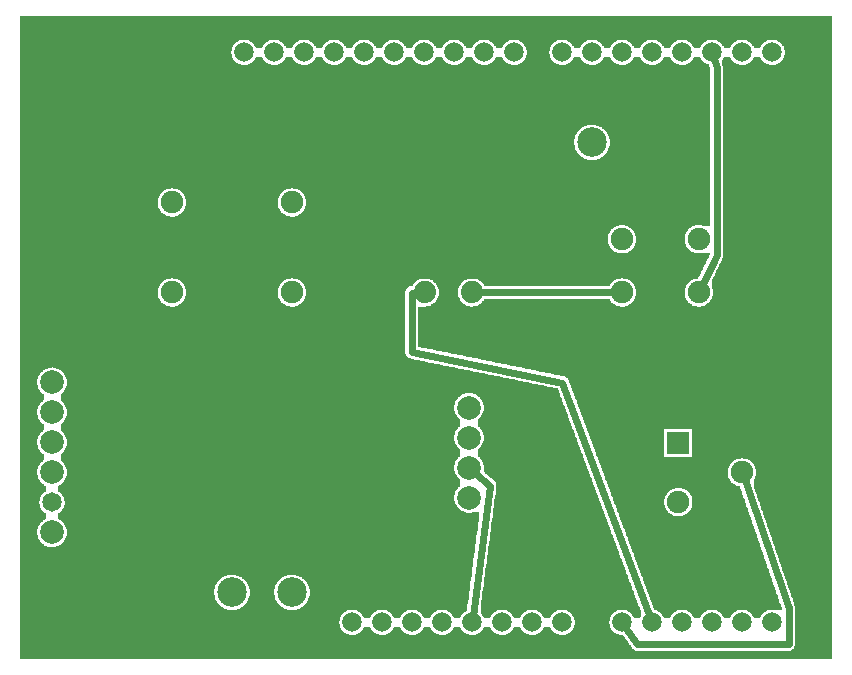
<source format=gbl>
G04 MADE WITH FRITZING*
G04 WWW.FRITZING.ORG*
G04 DOUBLE SIDED*
G04 HOLES PLATED*
G04 CONTOUR ON CENTER OF CONTOUR VECTOR*
%ASAXBY*%
%FSLAX23Y23*%
%MOIN*%
%OFA0B0*%
%SFA1.0B1.0*%
%ADD10C,0.075000*%
%ADD11C,0.065278*%
%ADD12C,0.074000*%
%ADD13C,0.078861*%
%ADD14C,0.064972*%
%ADD15C,0.078833*%
%ADD16C,0.098425*%
%ADD17R,0.075000X0.075000*%
%ADD18C,0.024000*%
%ADD19C,0.000100*%
%LNCOPPER0*%
G90*
G70*
G54D10*
X2628Y2118D03*
G54D11*
X2145Y162D03*
X2245Y162D03*
X2345Y162D03*
X2445Y162D03*
X2545Y162D03*
X1685Y2062D03*
X1585Y2062D03*
X1485Y2062D03*
X1385Y2062D03*
X1285Y2062D03*
X1185Y2062D03*
X1085Y2062D03*
X985Y2062D03*
X885Y2062D03*
X785Y2062D03*
X2545Y2062D03*
X2445Y2062D03*
X2345Y2062D03*
X2245Y2062D03*
X2145Y2062D03*
X2045Y2062D03*
X1945Y2062D03*
X1845Y2062D03*
X1245Y162D03*
X1145Y162D03*
X1345Y162D03*
X1445Y162D03*
X1545Y162D03*
X1645Y162D03*
X1745Y162D03*
X1845Y162D03*
X2045Y162D03*
G54D10*
X2301Y1262D03*
X2045Y1262D03*
X2301Y1439D03*
X2045Y1439D03*
G54D12*
X1388Y1262D03*
X1545Y1262D03*
G54D10*
X2233Y760D03*
X2445Y662D03*
X2233Y563D03*
G54D13*
X145Y462D03*
G54D14*
X145Y562D03*
G54D13*
X145Y662D03*
X145Y762D03*
X145Y862D03*
X145Y962D03*
G54D15*
X1535Y578D03*
X1535Y678D03*
X1535Y778D03*
X1535Y878D03*
G54D10*
X545Y1562D03*
X945Y1562D03*
X545Y1262D03*
X945Y1262D03*
G54D16*
X1945Y1762D03*
X945Y262D03*
X745Y262D03*
G54D17*
X2233Y760D03*
G54D18*
X1847Y961D02*
X2138Y181D01*
D02*
X1344Y1063D02*
X1847Y961D01*
D02*
X1344Y1261D02*
X1344Y1063D01*
D02*
X1370Y1261D02*
X1344Y1261D01*
D02*
X2057Y146D02*
X2097Y90D01*
D02*
X2097Y90D02*
X2601Y90D01*
D02*
X2601Y90D02*
X2601Y210D01*
D02*
X2601Y210D02*
X2451Y645D01*
D02*
X1563Y1262D02*
X2028Y1262D01*
D02*
X1548Y182D02*
X1605Y618D01*
D02*
X1605Y618D02*
X1554Y661D01*
D02*
X2351Y2043D02*
X2361Y2010D01*
D02*
X2361Y2010D02*
X2361Y1386D01*
D02*
X2361Y1386D02*
X2309Y1278D01*
G54D19*
G36*
X40Y2182D02*
X40Y2104D01*
X2556Y2104D01*
X2556Y2102D01*
X2562Y2102D01*
X2562Y2100D01*
X2566Y2100D01*
X2566Y2098D01*
X2568Y2098D01*
X2568Y2096D01*
X2572Y2096D01*
X2572Y2094D01*
X2574Y2094D01*
X2574Y2092D01*
X2576Y2092D01*
X2576Y2090D01*
X2578Y2090D01*
X2578Y2088D01*
X2580Y2088D01*
X2580Y2084D01*
X2582Y2084D01*
X2582Y2082D01*
X2584Y2082D01*
X2584Y2076D01*
X2586Y2076D01*
X2586Y2070D01*
X2588Y2070D01*
X2588Y2054D01*
X2586Y2054D01*
X2586Y2046D01*
X2584Y2046D01*
X2584Y2042D01*
X2582Y2042D01*
X2582Y2038D01*
X2580Y2038D01*
X2580Y2036D01*
X2578Y2036D01*
X2578Y2034D01*
X2576Y2034D01*
X2576Y2032D01*
X2574Y2032D01*
X2574Y2030D01*
X2572Y2030D01*
X2572Y2028D01*
X2570Y2028D01*
X2570Y2026D01*
X2566Y2026D01*
X2566Y2024D01*
X2562Y2024D01*
X2562Y2022D01*
X2558Y2022D01*
X2558Y2020D01*
X2746Y2020D01*
X2746Y2182D01*
X40Y2182D01*
G37*
D02*
G36*
X40Y2104D02*
X40Y2020D01*
X774Y2020D01*
X774Y2022D01*
X768Y2022D01*
X768Y2024D01*
X764Y2024D01*
X764Y2026D01*
X760Y2026D01*
X760Y2028D01*
X758Y2028D01*
X758Y2030D01*
X756Y2030D01*
X756Y2032D01*
X754Y2032D01*
X754Y2034D01*
X752Y2034D01*
X752Y2036D01*
X750Y2036D01*
X750Y2040D01*
X748Y2040D01*
X748Y2044D01*
X746Y2044D01*
X746Y2048D01*
X744Y2048D01*
X744Y2056D01*
X742Y2056D01*
X742Y2068D01*
X744Y2068D01*
X744Y2076D01*
X746Y2076D01*
X746Y2080D01*
X748Y2080D01*
X748Y2084D01*
X750Y2084D01*
X750Y2086D01*
X752Y2086D01*
X752Y2090D01*
X754Y2090D01*
X754Y2092D01*
X756Y2092D01*
X756Y2094D01*
X758Y2094D01*
X758Y2096D01*
X762Y2096D01*
X762Y2098D01*
X766Y2098D01*
X766Y2100D01*
X768Y2100D01*
X768Y2102D01*
X776Y2102D01*
X776Y2104D01*
X40Y2104D01*
G37*
D02*
G36*
X796Y2104D02*
X796Y2102D01*
X802Y2102D01*
X802Y2100D01*
X806Y2100D01*
X806Y2098D01*
X808Y2098D01*
X808Y2096D01*
X812Y2096D01*
X812Y2094D01*
X814Y2094D01*
X814Y2092D01*
X816Y2092D01*
X816Y2090D01*
X818Y2090D01*
X818Y2088D01*
X820Y2088D01*
X820Y2084D01*
X822Y2084D01*
X822Y2080D01*
X824Y2080D01*
X824Y2076D01*
X846Y2076D01*
X846Y2080D01*
X848Y2080D01*
X848Y2084D01*
X850Y2084D01*
X850Y2086D01*
X852Y2086D01*
X852Y2090D01*
X854Y2090D01*
X854Y2092D01*
X856Y2092D01*
X856Y2094D01*
X858Y2094D01*
X858Y2096D01*
X862Y2096D01*
X862Y2098D01*
X866Y2098D01*
X866Y2100D01*
X868Y2100D01*
X868Y2102D01*
X876Y2102D01*
X876Y2104D01*
X796Y2104D01*
G37*
D02*
G36*
X896Y2104D02*
X896Y2102D01*
X902Y2102D01*
X902Y2100D01*
X906Y2100D01*
X906Y2098D01*
X908Y2098D01*
X908Y2096D01*
X912Y2096D01*
X912Y2094D01*
X914Y2094D01*
X914Y2092D01*
X916Y2092D01*
X916Y2090D01*
X918Y2090D01*
X918Y2088D01*
X920Y2088D01*
X920Y2084D01*
X922Y2084D01*
X922Y2082D01*
X924Y2082D01*
X924Y2076D01*
X946Y2076D01*
X946Y2080D01*
X948Y2080D01*
X948Y2084D01*
X950Y2084D01*
X950Y2086D01*
X952Y2086D01*
X952Y2090D01*
X954Y2090D01*
X954Y2092D01*
X956Y2092D01*
X956Y2094D01*
X958Y2094D01*
X958Y2096D01*
X962Y2096D01*
X962Y2098D01*
X966Y2098D01*
X966Y2100D01*
X968Y2100D01*
X968Y2102D01*
X976Y2102D01*
X976Y2104D01*
X896Y2104D01*
G37*
D02*
G36*
X996Y2104D02*
X996Y2102D01*
X1002Y2102D01*
X1002Y2100D01*
X1006Y2100D01*
X1006Y2098D01*
X1008Y2098D01*
X1008Y2096D01*
X1012Y2096D01*
X1012Y2094D01*
X1014Y2094D01*
X1014Y2092D01*
X1016Y2092D01*
X1016Y2090D01*
X1018Y2090D01*
X1018Y2088D01*
X1020Y2088D01*
X1020Y2084D01*
X1022Y2084D01*
X1022Y2082D01*
X1024Y2082D01*
X1024Y2076D01*
X1046Y2076D01*
X1046Y2080D01*
X1048Y2080D01*
X1048Y2084D01*
X1050Y2084D01*
X1050Y2086D01*
X1052Y2086D01*
X1052Y2090D01*
X1054Y2090D01*
X1054Y2092D01*
X1056Y2092D01*
X1056Y2094D01*
X1058Y2094D01*
X1058Y2096D01*
X1062Y2096D01*
X1062Y2098D01*
X1066Y2098D01*
X1066Y2100D01*
X1068Y2100D01*
X1068Y2102D01*
X1076Y2102D01*
X1076Y2104D01*
X996Y2104D01*
G37*
D02*
G36*
X1096Y2104D02*
X1096Y2102D01*
X1102Y2102D01*
X1102Y2100D01*
X1106Y2100D01*
X1106Y2098D01*
X1108Y2098D01*
X1108Y2096D01*
X1112Y2096D01*
X1112Y2094D01*
X1114Y2094D01*
X1114Y2092D01*
X1116Y2092D01*
X1116Y2090D01*
X1118Y2090D01*
X1118Y2088D01*
X1120Y2088D01*
X1120Y2084D01*
X1122Y2084D01*
X1122Y2082D01*
X1124Y2082D01*
X1124Y2076D01*
X1146Y2076D01*
X1146Y2080D01*
X1148Y2080D01*
X1148Y2084D01*
X1150Y2084D01*
X1150Y2086D01*
X1152Y2086D01*
X1152Y2090D01*
X1154Y2090D01*
X1154Y2092D01*
X1156Y2092D01*
X1156Y2094D01*
X1158Y2094D01*
X1158Y2096D01*
X1162Y2096D01*
X1162Y2098D01*
X1166Y2098D01*
X1166Y2100D01*
X1168Y2100D01*
X1168Y2102D01*
X1176Y2102D01*
X1176Y2104D01*
X1096Y2104D01*
G37*
D02*
G36*
X1196Y2104D02*
X1196Y2102D01*
X1202Y2102D01*
X1202Y2100D01*
X1206Y2100D01*
X1206Y2098D01*
X1208Y2098D01*
X1208Y2096D01*
X1212Y2096D01*
X1212Y2094D01*
X1214Y2094D01*
X1214Y2092D01*
X1216Y2092D01*
X1216Y2090D01*
X1218Y2090D01*
X1218Y2088D01*
X1220Y2088D01*
X1220Y2084D01*
X1222Y2084D01*
X1222Y2082D01*
X1224Y2082D01*
X1224Y2076D01*
X1246Y2076D01*
X1246Y2080D01*
X1248Y2080D01*
X1248Y2084D01*
X1250Y2084D01*
X1250Y2086D01*
X1252Y2086D01*
X1252Y2090D01*
X1254Y2090D01*
X1254Y2092D01*
X1256Y2092D01*
X1256Y2094D01*
X1258Y2094D01*
X1258Y2096D01*
X1262Y2096D01*
X1262Y2098D01*
X1266Y2098D01*
X1266Y2100D01*
X1268Y2100D01*
X1268Y2102D01*
X1276Y2102D01*
X1276Y2104D01*
X1196Y2104D01*
G37*
D02*
G36*
X1296Y2104D02*
X1296Y2102D01*
X1302Y2102D01*
X1302Y2100D01*
X1306Y2100D01*
X1306Y2098D01*
X1308Y2098D01*
X1308Y2096D01*
X1312Y2096D01*
X1312Y2094D01*
X1314Y2094D01*
X1314Y2092D01*
X1316Y2092D01*
X1316Y2090D01*
X1318Y2090D01*
X1318Y2088D01*
X1320Y2088D01*
X1320Y2084D01*
X1322Y2084D01*
X1322Y2082D01*
X1324Y2082D01*
X1324Y2076D01*
X1346Y2076D01*
X1346Y2080D01*
X1348Y2080D01*
X1348Y2084D01*
X1350Y2084D01*
X1350Y2086D01*
X1352Y2086D01*
X1352Y2090D01*
X1354Y2090D01*
X1354Y2092D01*
X1356Y2092D01*
X1356Y2094D01*
X1358Y2094D01*
X1358Y2096D01*
X1362Y2096D01*
X1362Y2098D01*
X1366Y2098D01*
X1366Y2100D01*
X1368Y2100D01*
X1368Y2102D01*
X1376Y2102D01*
X1376Y2104D01*
X1296Y2104D01*
G37*
D02*
G36*
X1396Y2104D02*
X1396Y2102D01*
X1402Y2102D01*
X1402Y2100D01*
X1406Y2100D01*
X1406Y2098D01*
X1408Y2098D01*
X1408Y2096D01*
X1412Y2096D01*
X1412Y2094D01*
X1414Y2094D01*
X1414Y2092D01*
X1416Y2092D01*
X1416Y2090D01*
X1418Y2090D01*
X1418Y2088D01*
X1420Y2088D01*
X1420Y2084D01*
X1422Y2084D01*
X1422Y2082D01*
X1424Y2082D01*
X1424Y2076D01*
X1446Y2076D01*
X1446Y2080D01*
X1448Y2080D01*
X1448Y2084D01*
X1450Y2084D01*
X1450Y2086D01*
X1452Y2086D01*
X1452Y2090D01*
X1454Y2090D01*
X1454Y2092D01*
X1456Y2092D01*
X1456Y2094D01*
X1458Y2094D01*
X1458Y2096D01*
X1462Y2096D01*
X1462Y2098D01*
X1466Y2098D01*
X1466Y2100D01*
X1468Y2100D01*
X1468Y2102D01*
X1476Y2102D01*
X1476Y2104D01*
X1396Y2104D01*
G37*
D02*
G36*
X1496Y2104D02*
X1496Y2102D01*
X1502Y2102D01*
X1502Y2100D01*
X1506Y2100D01*
X1506Y2098D01*
X1508Y2098D01*
X1508Y2096D01*
X1512Y2096D01*
X1512Y2094D01*
X1514Y2094D01*
X1514Y2092D01*
X1516Y2092D01*
X1516Y2090D01*
X1518Y2090D01*
X1518Y2088D01*
X1520Y2088D01*
X1520Y2084D01*
X1522Y2084D01*
X1522Y2082D01*
X1524Y2082D01*
X1524Y2076D01*
X1546Y2076D01*
X1546Y2080D01*
X1548Y2080D01*
X1548Y2084D01*
X1550Y2084D01*
X1550Y2086D01*
X1552Y2086D01*
X1552Y2090D01*
X1554Y2090D01*
X1554Y2092D01*
X1556Y2092D01*
X1556Y2094D01*
X1558Y2094D01*
X1558Y2096D01*
X1562Y2096D01*
X1562Y2098D01*
X1566Y2098D01*
X1566Y2100D01*
X1568Y2100D01*
X1568Y2102D01*
X1576Y2102D01*
X1576Y2104D01*
X1496Y2104D01*
G37*
D02*
G36*
X1596Y2104D02*
X1596Y2102D01*
X1602Y2102D01*
X1602Y2100D01*
X1606Y2100D01*
X1606Y2098D01*
X1608Y2098D01*
X1608Y2096D01*
X1612Y2096D01*
X1612Y2094D01*
X1614Y2094D01*
X1614Y2092D01*
X1616Y2092D01*
X1616Y2090D01*
X1618Y2090D01*
X1618Y2088D01*
X1620Y2088D01*
X1620Y2084D01*
X1622Y2084D01*
X1622Y2082D01*
X1624Y2082D01*
X1624Y2076D01*
X1646Y2076D01*
X1646Y2080D01*
X1648Y2080D01*
X1648Y2084D01*
X1650Y2084D01*
X1650Y2086D01*
X1652Y2086D01*
X1652Y2090D01*
X1654Y2090D01*
X1654Y2092D01*
X1656Y2092D01*
X1656Y2094D01*
X1658Y2094D01*
X1658Y2096D01*
X1662Y2096D01*
X1662Y2098D01*
X1666Y2098D01*
X1666Y2100D01*
X1668Y2100D01*
X1668Y2102D01*
X1676Y2102D01*
X1676Y2104D01*
X1596Y2104D01*
G37*
D02*
G36*
X1696Y2104D02*
X1696Y2102D01*
X1702Y2102D01*
X1702Y2100D01*
X1706Y2100D01*
X1706Y2098D01*
X1708Y2098D01*
X1708Y2096D01*
X1712Y2096D01*
X1712Y2094D01*
X1714Y2094D01*
X1714Y2092D01*
X1716Y2092D01*
X1716Y2090D01*
X1718Y2090D01*
X1718Y2088D01*
X1720Y2088D01*
X1720Y2084D01*
X1722Y2084D01*
X1722Y2080D01*
X1724Y2080D01*
X1724Y2076D01*
X1726Y2076D01*
X1726Y2070D01*
X1728Y2070D01*
X1728Y2054D01*
X1726Y2054D01*
X1726Y2046D01*
X1724Y2046D01*
X1724Y2042D01*
X1722Y2042D01*
X1722Y2038D01*
X1720Y2038D01*
X1720Y2036D01*
X1718Y2036D01*
X1718Y2034D01*
X1716Y2034D01*
X1716Y2032D01*
X1714Y2032D01*
X1714Y2030D01*
X1712Y2030D01*
X1712Y2028D01*
X1710Y2028D01*
X1710Y2026D01*
X1706Y2026D01*
X1706Y2024D01*
X1702Y2024D01*
X1702Y2022D01*
X1698Y2022D01*
X1698Y2020D01*
X1834Y2020D01*
X1834Y2022D01*
X1828Y2022D01*
X1828Y2024D01*
X1824Y2024D01*
X1824Y2026D01*
X1820Y2026D01*
X1820Y2028D01*
X1818Y2028D01*
X1818Y2030D01*
X1816Y2030D01*
X1816Y2032D01*
X1814Y2032D01*
X1814Y2034D01*
X1812Y2034D01*
X1812Y2036D01*
X1810Y2036D01*
X1810Y2040D01*
X1808Y2040D01*
X1808Y2044D01*
X1806Y2044D01*
X1806Y2048D01*
X1804Y2048D01*
X1804Y2056D01*
X1802Y2056D01*
X1802Y2068D01*
X1804Y2068D01*
X1804Y2076D01*
X1806Y2076D01*
X1806Y2080D01*
X1808Y2080D01*
X1808Y2084D01*
X1810Y2084D01*
X1810Y2086D01*
X1812Y2086D01*
X1812Y2090D01*
X1814Y2090D01*
X1814Y2092D01*
X1816Y2092D01*
X1816Y2094D01*
X1818Y2094D01*
X1818Y2096D01*
X1822Y2096D01*
X1822Y2098D01*
X1826Y2098D01*
X1826Y2100D01*
X1828Y2100D01*
X1828Y2102D01*
X1836Y2102D01*
X1836Y2104D01*
X1696Y2104D01*
G37*
D02*
G36*
X1856Y2104D02*
X1856Y2102D01*
X1862Y2102D01*
X1862Y2100D01*
X1866Y2100D01*
X1866Y2098D01*
X1868Y2098D01*
X1868Y2096D01*
X1872Y2096D01*
X1872Y2094D01*
X1874Y2094D01*
X1874Y2092D01*
X1876Y2092D01*
X1876Y2090D01*
X1878Y2090D01*
X1878Y2088D01*
X1880Y2088D01*
X1880Y2084D01*
X1882Y2084D01*
X1882Y2082D01*
X1884Y2082D01*
X1884Y2076D01*
X1906Y2076D01*
X1906Y2080D01*
X1908Y2080D01*
X1908Y2084D01*
X1910Y2084D01*
X1910Y2086D01*
X1912Y2086D01*
X1912Y2090D01*
X1914Y2090D01*
X1914Y2092D01*
X1916Y2092D01*
X1916Y2094D01*
X1918Y2094D01*
X1918Y2096D01*
X1922Y2096D01*
X1922Y2098D01*
X1926Y2098D01*
X1926Y2100D01*
X1928Y2100D01*
X1928Y2102D01*
X1936Y2102D01*
X1936Y2104D01*
X1856Y2104D01*
G37*
D02*
G36*
X1956Y2104D02*
X1956Y2102D01*
X1962Y2102D01*
X1962Y2100D01*
X1966Y2100D01*
X1966Y2098D01*
X1968Y2098D01*
X1968Y2096D01*
X1972Y2096D01*
X1972Y2094D01*
X1974Y2094D01*
X1974Y2092D01*
X1976Y2092D01*
X1976Y2090D01*
X1978Y2090D01*
X1978Y2088D01*
X1980Y2088D01*
X1980Y2084D01*
X1982Y2084D01*
X1982Y2082D01*
X1984Y2082D01*
X1984Y2076D01*
X2006Y2076D01*
X2006Y2080D01*
X2008Y2080D01*
X2008Y2084D01*
X2010Y2084D01*
X2010Y2086D01*
X2012Y2086D01*
X2012Y2090D01*
X2014Y2090D01*
X2014Y2092D01*
X2016Y2092D01*
X2016Y2094D01*
X2018Y2094D01*
X2018Y2096D01*
X2022Y2096D01*
X2022Y2098D01*
X2026Y2098D01*
X2026Y2100D01*
X2028Y2100D01*
X2028Y2102D01*
X2036Y2102D01*
X2036Y2104D01*
X1956Y2104D01*
G37*
D02*
G36*
X2056Y2104D02*
X2056Y2102D01*
X2062Y2102D01*
X2062Y2100D01*
X2066Y2100D01*
X2066Y2098D01*
X2068Y2098D01*
X2068Y2096D01*
X2072Y2096D01*
X2072Y2094D01*
X2074Y2094D01*
X2074Y2092D01*
X2076Y2092D01*
X2076Y2090D01*
X2078Y2090D01*
X2078Y2088D01*
X2080Y2088D01*
X2080Y2084D01*
X2082Y2084D01*
X2082Y2082D01*
X2084Y2082D01*
X2084Y2076D01*
X2106Y2076D01*
X2106Y2080D01*
X2108Y2080D01*
X2108Y2084D01*
X2110Y2084D01*
X2110Y2086D01*
X2112Y2086D01*
X2112Y2090D01*
X2114Y2090D01*
X2114Y2092D01*
X2116Y2092D01*
X2116Y2094D01*
X2118Y2094D01*
X2118Y2096D01*
X2122Y2096D01*
X2122Y2098D01*
X2126Y2098D01*
X2126Y2100D01*
X2128Y2100D01*
X2128Y2102D01*
X2136Y2102D01*
X2136Y2104D01*
X2056Y2104D01*
G37*
D02*
G36*
X2156Y2104D02*
X2156Y2102D01*
X2162Y2102D01*
X2162Y2100D01*
X2166Y2100D01*
X2166Y2098D01*
X2168Y2098D01*
X2168Y2096D01*
X2172Y2096D01*
X2172Y2094D01*
X2174Y2094D01*
X2174Y2092D01*
X2176Y2092D01*
X2176Y2090D01*
X2178Y2090D01*
X2178Y2088D01*
X2180Y2088D01*
X2180Y2084D01*
X2182Y2084D01*
X2182Y2082D01*
X2184Y2082D01*
X2184Y2076D01*
X2206Y2076D01*
X2206Y2080D01*
X2208Y2080D01*
X2208Y2084D01*
X2210Y2084D01*
X2210Y2086D01*
X2212Y2086D01*
X2212Y2090D01*
X2214Y2090D01*
X2214Y2092D01*
X2216Y2092D01*
X2216Y2094D01*
X2218Y2094D01*
X2218Y2096D01*
X2222Y2096D01*
X2222Y2098D01*
X2226Y2098D01*
X2226Y2100D01*
X2228Y2100D01*
X2228Y2102D01*
X2236Y2102D01*
X2236Y2104D01*
X2156Y2104D01*
G37*
D02*
G36*
X2256Y2104D02*
X2256Y2102D01*
X2262Y2102D01*
X2262Y2100D01*
X2266Y2100D01*
X2266Y2098D01*
X2268Y2098D01*
X2268Y2096D01*
X2272Y2096D01*
X2272Y2094D01*
X2274Y2094D01*
X2274Y2092D01*
X2276Y2092D01*
X2276Y2090D01*
X2278Y2090D01*
X2278Y2088D01*
X2280Y2088D01*
X2280Y2084D01*
X2282Y2084D01*
X2282Y2080D01*
X2284Y2080D01*
X2284Y2076D01*
X2306Y2076D01*
X2306Y2080D01*
X2308Y2080D01*
X2308Y2084D01*
X2310Y2084D01*
X2310Y2086D01*
X2312Y2086D01*
X2312Y2090D01*
X2314Y2090D01*
X2314Y2092D01*
X2316Y2092D01*
X2316Y2094D01*
X2318Y2094D01*
X2318Y2096D01*
X2322Y2096D01*
X2322Y2098D01*
X2326Y2098D01*
X2326Y2100D01*
X2328Y2100D01*
X2328Y2102D01*
X2336Y2102D01*
X2336Y2104D01*
X2256Y2104D01*
G37*
D02*
G36*
X2356Y2104D02*
X2356Y2102D01*
X2362Y2102D01*
X2362Y2100D01*
X2366Y2100D01*
X2366Y2098D01*
X2368Y2098D01*
X2368Y2096D01*
X2372Y2096D01*
X2372Y2094D01*
X2374Y2094D01*
X2374Y2092D01*
X2376Y2092D01*
X2376Y2090D01*
X2378Y2090D01*
X2378Y2088D01*
X2380Y2088D01*
X2380Y2084D01*
X2382Y2084D01*
X2382Y2082D01*
X2384Y2082D01*
X2384Y2076D01*
X2406Y2076D01*
X2406Y2080D01*
X2408Y2080D01*
X2408Y2084D01*
X2410Y2084D01*
X2410Y2086D01*
X2412Y2086D01*
X2412Y2090D01*
X2414Y2090D01*
X2414Y2092D01*
X2416Y2092D01*
X2416Y2094D01*
X2418Y2094D01*
X2418Y2096D01*
X2422Y2096D01*
X2422Y2098D01*
X2426Y2098D01*
X2426Y2100D01*
X2428Y2100D01*
X2428Y2102D01*
X2436Y2102D01*
X2436Y2104D01*
X2356Y2104D01*
G37*
D02*
G36*
X2456Y2104D02*
X2456Y2102D01*
X2462Y2102D01*
X2462Y2100D01*
X2466Y2100D01*
X2466Y2098D01*
X2468Y2098D01*
X2468Y2096D01*
X2472Y2096D01*
X2472Y2094D01*
X2474Y2094D01*
X2474Y2092D01*
X2476Y2092D01*
X2476Y2090D01*
X2478Y2090D01*
X2478Y2088D01*
X2480Y2088D01*
X2480Y2084D01*
X2482Y2084D01*
X2482Y2082D01*
X2484Y2082D01*
X2484Y2076D01*
X2506Y2076D01*
X2506Y2080D01*
X2508Y2080D01*
X2508Y2084D01*
X2510Y2084D01*
X2510Y2086D01*
X2512Y2086D01*
X2512Y2090D01*
X2514Y2090D01*
X2514Y2092D01*
X2516Y2092D01*
X2516Y2094D01*
X2518Y2094D01*
X2518Y2096D01*
X2522Y2096D01*
X2522Y2098D01*
X2526Y2098D01*
X2526Y2100D01*
X2528Y2100D01*
X2528Y2102D01*
X2536Y2102D01*
X2536Y2104D01*
X2456Y2104D01*
G37*
D02*
G36*
X826Y2048D02*
X826Y2046D01*
X824Y2046D01*
X824Y2042D01*
X822Y2042D01*
X822Y2038D01*
X820Y2038D01*
X820Y2036D01*
X818Y2036D01*
X818Y2034D01*
X816Y2034D01*
X816Y2032D01*
X814Y2032D01*
X814Y2030D01*
X812Y2030D01*
X812Y2028D01*
X810Y2028D01*
X810Y2026D01*
X806Y2026D01*
X806Y2024D01*
X802Y2024D01*
X802Y2022D01*
X798Y2022D01*
X798Y2020D01*
X874Y2020D01*
X874Y2022D01*
X868Y2022D01*
X868Y2024D01*
X864Y2024D01*
X864Y2026D01*
X860Y2026D01*
X860Y2028D01*
X858Y2028D01*
X858Y2030D01*
X856Y2030D01*
X856Y2032D01*
X854Y2032D01*
X854Y2034D01*
X852Y2034D01*
X852Y2036D01*
X850Y2036D01*
X850Y2040D01*
X848Y2040D01*
X848Y2044D01*
X846Y2044D01*
X846Y2048D01*
X826Y2048D01*
G37*
D02*
G36*
X926Y2048D02*
X926Y2046D01*
X924Y2046D01*
X924Y2042D01*
X922Y2042D01*
X922Y2038D01*
X920Y2038D01*
X920Y2036D01*
X918Y2036D01*
X918Y2034D01*
X916Y2034D01*
X916Y2032D01*
X914Y2032D01*
X914Y2030D01*
X912Y2030D01*
X912Y2028D01*
X910Y2028D01*
X910Y2026D01*
X906Y2026D01*
X906Y2024D01*
X902Y2024D01*
X902Y2022D01*
X898Y2022D01*
X898Y2020D01*
X974Y2020D01*
X974Y2022D01*
X968Y2022D01*
X968Y2024D01*
X964Y2024D01*
X964Y2026D01*
X960Y2026D01*
X960Y2028D01*
X958Y2028D01*
X958Y2030D01*
X956Y2030D01*
X956Y2032D01*
X954Y2032D01*
X954Y2034D01*
X952Y2034D01*
X952Y2036D01*
X950Y2036D01*
X950Y2040D01*
X948Y2040D01*
X948Y2044D01*
X946Y2044D01*
X946Y2048D01*
X926Y2048D01*
G37*
D02*
G36*
X1026Y2048D02*
X1026Y2046D01*
X1024Y2046D01*
X1024Y2042D01*
X1022Y2042D01*
X1022Y2038D01*
X1020Y2038D01*
X1020Y2036D01*
X1018Y2036D01*
X1018Y2034D01*
X1016Y2034D01*
X1016Y2032D01*
X1014Y2032D01*
X1014Y2030D01*
X1012Y2030D01*
X1012Y2028D01*
X1010Y2028D01*
X1010Y2026D01*
X1006Y2026D01*
X1006Y2024D01*
X1002Y2024D01*
X1002Y2022D01*
X998Y2022D01*
X998Y2020D01*
X1074Y2020D01*
X1074Y2022D01*
X1068Y2022D01*
X1068Y2024D01*
X1064Y2024D01*
X1064Y2026D01*
X1060Y2026D01*
X1060Y2028D01*
X1058Y2028D01*
X1058Y2030D01*
X1056Y2030D01*
X1056Y2032D01*
X1054Y2032D01*
X1054Y2034D01*
X1052Y2034D01*
X1052Y2036D01*
X1050Y2036D01*
X1050Y2040D01*
X1048Y2040D01*
X1048Y2044D01*
X1046Y2044D01*
X1046Y2048D01*
X1026Y2048D01*
G37*
D02*
G36*
X1126Y2048D02*
X1126Y2046D01*
X1124Y2046D01*
X1124Y2042D01*
X1122Y2042D01*
X1122Y2038D01*
X1120Y2038D01*
X1120Y2036D01*
X1118Y2036D01*
X1118Y2034D01*
X1116Y2034D01*
X1116Y2032D01*
X1114Y2032D01*
X1114Y2030D01*
X1112Y2030D01*
X1112Y2028D01*
X1110Y2028D01*
X1110Y2026D01*
X1106Y2026D01*
X1106Y2024D01*
X1102Y2024D01*
X1102Y2022D01*
X1098Y2022D01*
X1098Y2020D01*
X1174Y2020D01*
X1174Y2022D01*
X1168Y2022D01*
X1168Y2024D01*
X1164Y2024D01*
X1164Y2026D01*
X1160Y2026D01*
X1160Y2028D01*
X1158Y2028D01*
X1158Y2030D01*
X1156Y2030D01*
X1156Y2032D01*
X1154Y2032D01*
X1154Y2034D01*
X1152Y2034D01*
X1152Y2036D01*
X1150Y2036D01*
X1150Y2040D01*
X1148Y2040D01*
X1148Y2044D01*
X1146Y2044D01*
X1146Y2048D01*
X1126Y2048D01*
G37*
D02*
G36*
X1226Y2048D02*
X1226Y2046D01*
X1224Y2046D01*
X1224Y2042D01*
X1222Y2042D01*
X1222Y2038D01*
X1220Y2038D01*
X1220Y2036D01*
X1218Y2036D01*
X1218Y2034D01*
X1216Y2034D01*
X1216Y2032D01*
X1214Y2032D01*
X1214Y2030D01*
X1212Y2030D01*
X1212Y2028D01*
X1210Y2028D01*
X1210Y2026D01*
X1206Y2026D01*
X1206Y2024D01*
X1202Y2024D01*
X1202Y2022D01*
X1198Y2022D01*
X1198Y2020D01*
X1274Y2020D01*
X1274Y2022D01*
X1268Y2022D01*
X1268Y2024D01*
X1264Y2024D01*
X1264Y2026D01*
X1260Y2026D01*
X1260Y2028D01*
X1258Y2028D01*
X1258Y2030D01*
X1256Y2030D01*
X1256Y2032D01*
X1254Y2032D01*
X1254Y2034D01*
X1252Y2034D01*
X1252Y2036D01*
X1250Y2036D01*
X1250Y2040D01*
X1248Y2040D01*
X1248Y2044D01*
X1246Y2044D01*
X1246Y2048D01*
X1226Y2048D01*
G37*
D02*
G36*
X1326Y2048D02*
X1326Y2046D01*
X1324Y2046D01*
X1324Y2042D01*
X1322Y2042D01*
X1322Y2038D01*
X1320Y2038D01*
X1320Y2036D01*
X1318Y2036D01*
X1318Y2034D01*
X1316Y2034D01*
X1316Y2032D01*
X1314Y2032D01*
X1314Y2030D01*
X1312Y2030D01*
X1312Y2028D01*
X1310Y2028D01*
X1310Y2026D01*
X1306Y2026D01*
X1306Y2024D01*
X1302Y2024D01*
X1302Y2022D01*
X1298Y2022D01*
X1298Y2020D01*
X1374Y2020D01*
X1374Y2022D01*
X1368Y2022D01*
X1368Y2024D01*
X1364Y2024D01*
X1364Y2026D01*
X1360Y2026D01*
X1360Y2028D01*
X1358Y2028D01*
X1358Y2030D01*
X1356Y2030D01*
X1356Y2032D01*
X1354Y2032D01*
X1354Y2034D01*
X1352Y2034D01*
X1352Y2036D01*
X1350Y2036D01*
X1350Y2040D01*
X1348Y2040D01*
X1348Y2044D01*
X1346Y2044D01*
X1346Y2048D01*
X1326Y2048D01*
G37*
D02*
G36*
X1426Y2048D02*
X1426Y2046D01*
X1424Y2046D01*
X1424Y2042D01*
X1422Y2042D01*
X1422Y2038D01*
X1420Y2038D01*
X1420Y2036D01*
X1418Y2036D01*
X1418Y2034D01*
X1416Y2034D01*
X1416Y2032D01*
X1414Y2032D01*
X1414Y2030D01*
X1412Y2030D01*
X1412Y2028D01*
X1410Y2028D01*
X1410Y2026D01*
X1406Y2026D01*
X1406Y2024D01*
X1402Y2024D01*
X1402Y2022D01*
X1398Y2022D01*
X1398Y2020D01*
X1474Y2020D01*
X1474Y2022D01*
X1468Y2022D01*
X1468Y2024D01*
X1464Y2024D01*
X1464Y2026D01*
X1460Y2026D01*
X1460Y2028D01*
X1458Y2028D01*
X1458Y2030D01*
X1456Y2030D01*
X1456Y2032D01*
X1454Y2032D01*
X1454Y2034D01*
X1452Y2034D01*
X1452Y2036D01*
X1450Y2036D01*
X1450Y2040D01*
X1448Y2040D01*
X1448Y2044D01*
X1446Y2044D01*
X1446Y2048D01*
X1426Y2048D01*
G37*
D02*
G36*
X1526Y2048D02*
X1526Y2046D01*
X1524Y2046D01*
X1524Y2042D01*
X1522Y2042D01*
X1522Y2038D01*
X1520Y2038D01*
X1520Y2036D01*
X1518Y2036D01*
X1518Y2034D01*
X1516Y2034D01*
X1516Y2032D01*
X1514Y2032D01*
X1514Y2030D01*
X1512Y2030D01*
X1512Y2028D01*
X1510Y2028D01*
X1510Y2026D01*
X1506Y2026D01*
X1506Y2024D01*
X1502Y2024D01*
X1502Y2022D01*
X1498Y2022D01*
X1498Y2020D01*
X1574Y2020D01*
X1574Y2022D01*
X1568Y2022D01*
X1568Y2024D01*
X1564Y2024D01*
X1564Y2026D01*
X1560Y2026D01*
X1560Y2028D01*
X1558Y2028D01*
X1558Y2030D01*
X1556Y2030D01*
X1556Y2032D01*
X1554Y2032D01*
X1554Y2034D01*
X1552Y2034D01*
X1552Y2036D01*
X1550Y2036D01*
X1550Y2040D01*
X1548Y2040D01*
X1548Y2044D01*
X1546Y2044D01*
X1546Y2048D01*
X1526Y2048D01*
G37*
D02*
G36*
X1626Y2048D02*
X1626Y2046D01*
X1624Y2046D01*
X1624Y2042D01*
X1622Y2042D01*
X1622Y2038D01*
X1620Y2038D01*
X1620Y2036D01*
X1618Y2036D01*
X1618Y2034D01*
X1616Y2034D01*
X1616Y2032D01*
X1614Y2032D01*
X1614Y2030D01*
X1612Y2030D01*
X1612Y2028D01*
X1610Y2028D01*
X1610Y2026D01*
X1606Y2026D01*
X1606Y2024D01*
X1602Y2024D01*
X1602Y2022D01*
X1598Y2022D01*
X1598Y2020D01*
X1674Y2020D01*
X1674Y2022D01*
X1668Y2022D01*
X1668Y2024D01*
X1664Y2024D01*
X1664Y2026D01*
X1660Y2026D01*
X1660Y2028D01*
X1658Y2028D01*
X1658Y2030D01*
X1656Y2030D01*
X1656Y2032D01*
X1654Y2032D01*
X1654Y2034D01*
X1652Y2034D01*
X1652Y2036D01*
X1650Y2036D01*
X1650Y2040D01*
X1648Y2040D01*
X1648Y2044D01*
X1646Y2044D01*
X1646Y2048D01*
X1626Y2048D01*
G37*
D02*
G36*
X1886Y2048D02*
X1886Y2046D01*
X1884Y2046D01*
X1884Y2042D01*
X1882Y2042D01*
X1882Y2038D01*
X1880Y2038D01*
X1880Y2036D01*
X1878Y2036D01*
X1878Y2034D01*
X1876Y2034D01*
X1876Y2032D01*
X1874Y2032D01*
X1874Y2030D01*
X1872Y2030D01*
X1872Y2028D01*
X1870Y2028D01*
X1870Y2026D01*
X1866Y2026D01*
X1866Y2024D01*
X1862Y2024D01*
X1862Y2022D01*
X1858Y2022D01*
X1858Y2020D01*
X1934Y2020D01*
X1934Y2022D01*
X1928Y2022D01*
X1928Y2024D01*
X1924Y2024D01*
X1924Y2026D01*
X1920Y2026D01*
X1920Y2028D01*
X1918Y2028D01*
X1918Y2030D01*
X1916Y2030D01*
X1916Y2032D01*
X1914Y2032D01*
X1914Y2034D01*
X1912Y2034D01*
X1912Y2036D01*
X1910Y2036D01*
X1910Y2040D01*
X1908Y2040D01*
X1908Y2044D01*
X1906Y2044D01*
X1906Y2048D01*
X1886Y2048D01*
G37*
D02*
G36*
X1986Y2048D02*
X1986Y2046D01*
X1984Y2046D01*
X1984Y2042D01*
X1982Y2042D01*
X1982Y2038D01*
X1980Y2038D01*
X1980Y2036D01*
X1978Y2036D01*
X1978Y2034D01*
X1976Y2034D01*
X1976Y2032D01*
X1974Y2032D01*
X1974Y2030D01*
X1972Y2030D01*
X1972Y2028D01*
X1970Y2028D01*
X1970Y2026D01*
X1966Y2026D01*
X1966Y2024D01*
X1962Y2024D01*
X1962Y2022D01*
X1958Y2022D01*
X1958Y2020D01*
X2034Y2020D01*
X2034Y2022D01*
X2028Y2022D01*
X2028Y2024D01*
X2024Y2024D01*
X2024Y2026D01*
X2020Y2026D01*
X2020Y2028D01*
X2018Y2028D01*
X2018Y2030D01*
X2016Y2030D01*
X2016Y2032D01*
X2014Y2032D01*
X2014Y2034D01*
X2012Y2034D01*
X2012Y2036D01*
X2010Y2036D01*
X2010Y2040D01*
X2008Y2040D01*
X2008Y2044D01*
X2006Y2044D01*
X2006Y2048D01*
X1986Y2048D01*
G37*
D02*
G36*
X2086Y2048D02*
X2086Y2046D01*
X2084Y2046D01*
X2084Y2042D01*
X2082Y2042D01*
X2082Y2038D01*
X2080Y2038D01*
X2080Y2036D01*
X2078Y2036D01*
X2078Y2034D01*
X2076Y2034D01*
X2076Y2032D01*
X2074Y2032D01*
X2074Y2030D01*
X2072Y2030D01*
X2072Y2028D01*
X2070Y2028D01*
X2070Y2026D01*
X2066Y2026D01*
X2066Y2024D01*
X2062Y2024D01*
X2062Y2022D01*
X2058Y2022D01*
X2058Y2020D01*
X2134Y2020D01*
X2134Y2022D01*
X2128Y2022D01*
X2128Y2024D01*
X2124Y2024D01*
X2124Y2026D01*
X2120Y2026D01*
X2120Y2028D01*
X2118Y2028D01*
X2118Y2030D01*
X2116Y2030D01*
X2116Y2032D01*
X2114Y2032D01*
X2114Y2034D01*
X2112Y2034D01*
X2112Y2036D01*
X2110Y2036D01*
X2110Y2040D01*
X2108Y2040D01*
X2108Y2044D01*
X2106Y2044D01*
X2106Y2048D01*
X2086Y2048D01*
G37*
D02*
G36*
X2186Y2048D02*
X2186Y2046D01*
X2184Y2046D01*
X2184Y2042D01*
X2182Y2042D01*
X2182Y2038D01*
X2180Y2038D01*
X2180Y2036D01*
X2178Y2036D01*
X2178Y2034D01*
X2176Y2034D01*
X2176Y2032D01*
X2174Y2032D01*
X2174Y2030D01*
X2172Y2030D01*
X2172Y2028D01*
X2170Y2028D01*
X2170Y2026D01*
X2166Y2026D01*
X2166Y2024D01*
X2162Y2024D01*
X2162Y2022D01*
X2158Y2022D01*
X2158Y2020D01*
X2234Y2020D01*
X2234Y2022D01*
X2228Y2022D01*
X2228Y2024D01*
X2224Y2024D01*
X2224Y2026D01*
X2220Y2026D01*
X2220Y2028D01*
X2218Y2028D01*
X2218Y2030D01*
X2216Y2030D01*
X2216Y2032D01*
X2214Y2032D01*
X2214Y2034D01*
X2212Y2034D01*
X2212Y2036D01*
X2210Y2036D01*
X2210Y2040D01*
X2208Y2040D01*
X2208Y2044D01*
X2206Y2044D01*
X2206Y2048D01*
X2186Y2048D01*
G37*
D02*
G36*
X2286Y2048D02*
X2286Y2046D01*
X2284Y2046D01*
X2284Y2042D01*
X2282Y2042D01*
X2282Y2038D01*
X2280Y2038D01*
X2280Y2036D01*
X2278Y2036D01*
X2278Y2034D01*
X2276Y2034D01*
X2276Y2032D01*
X2274Y2032D01*
X2274Y2030D01*
X2272Y2030D01*
X2272Y2028D01*
X2270Y2028D01*
X2270Y2026D01*
X2266Y2026D01*
X2266Y2024D01*
X2262Y2024D01*
X2262Y2022D01*
X2258Y2022D01*
X2258Y2020D01*
X2334Y2020D01*
X2334Y2022D01*
X2328Y2022D01*
X2328Y2024D01*
X2324Y2024D01*
X2324Y2026D01*
X2320Y2026D01*
X2320Y2028D01*
X2318Y2028D01*
X2318Y2030D01*
X2316Y2030D01*
X2316Y2032D01*
X2314Y2032D01*
X2314Y2034D01*
X2312Y2034D01*
X2312Y2036D01*
X2310Y2036D01*
X2310Y2040D01*
X2308Y2040D01*
X2308Y2044D01*
X2306Y2044D01*
X2306Y2048D01*
X2286Y2048D01*
G37*
D02*
G36*
X2386Y2048D02*
X2386Y2046D01*
X2384Y2046D01*
X2384Y2042D01*
X2382Y2042D01*
X2382Y2038D01*
X2380Y2038D01*
X2380Y2020D01*
X2434Y2020D01*
X2434Y2022D01*
X2428Y2022D01*
X2428Y2024D01*
X2424Y2024D01*
X2424Y2026D01*
X2420Y2026D01*
X2420Y2028D01*
X2418Y2028D01*
X2418Y2030D01*
X2416Y2030D01*
X2416Y2032D01*
X2414Y2032D01*
X2414Y2034D01*
X2412Y2034D01*
X2412Y2036D01*
X2410Y2036D01*
X2410Y2040D01*
X2408Y2040D01*
X2408Y2044D01*
X2406Y2044D01*
X2406Y2048D01*
X2386Y2048D01*
G37*
D02*
G36*
X2486Y2048D02*
X2486Y2046D01*
X2484Y2046D01*
X2484Y2042D01*
X2482Y2042D01*
X2482Y2038D01*
X2480Y2038D01*
X2480Y2036D01*
X2478Y2036D01*
X2478Y2034D01*
X2476Y2034D01*
X2476Y2032D01*
X2474Y2032D01*
X2474Y2030D01*
X2472Y2030D01*
X2472Y2028D01*
X2470Y2028D01*
X2470Y2026D01*
X2466Y2026D01*
X2466Y2024D01*
X2462Y2024D01*
X2462Y2022D01*
X2458Y2022D01*
X2458Y2020D01*
X2534Y2020D01*
X2534Y2022D01*
X2528Y2022D01*
X2528Y2024D01*
X2524Y2024D01*
X2524Y2026D01*
X2520Y2026D01*
X2520Y2028D01*
X2518Y2028D01*
X2518Y2030D01*
X2516Y2030D01*
X2516Y2032D01*
X2514Y2032D01*
X2514Y2034D01*
X2512Y2034D01*
X2512Y2036D01*
X2510Y2036D01*
X2510Y2040D01*
X2508Y2040D01*
X2508Y2044D01*
X2506Y2044D01*
X2506Y2048D01*
X2486Y2048D01*
G37*
D02*
G36*
X40Y2020D02*
X40Y2018D01*
X2336Y2018D01*
X2336Y2020D01*
X40Y2020D01*
G37*
D02*
G36*
X40Y2020D02*
X40Y2018D01*
X2336Y2018D01*
X2336Y2020D01*
X40Y2020D01*
G37*
D02*
G36*
X40Y2020D02*
X40Y2018D01*
X2336Y2018D01*
X2336Y2020D01*
X40Y2020D01*
G37*
D02*
G36*
X40Y2020D02*
X40Y2018D01*
X2336Y2018D01*
X2336Y2020D01*
X40Y2020D01*
G37*
D02*
G36*
X40Y2020D02*
X40Y2018D01*
X2336Y2018D01*
X2336Y2020D01*
X40Y2020D01*
G37*
D02*
G36*
X40Y2020D02*
X40Y2018D01*
X2336Y2018D01*
X2336Y2020D01*
X40Y2020D01*
G37*
D02*
G36*
X40Y2020D02*
X40Y2018D01*
X2336Y2018D01*
X2336Y2020D01*
X40Y2020D01*
G37*
D02*
G36*
X40Y2020D02*
X40Y2018D01*
X2336Y2018D01*
X2336Y2020D01*
X40Y2020D01*
G37*
D02*
G36*
X40Y2020D02*
X40Y2018D01*
X2336Y2018D01*
X2336Y2020D01*
X40Y2020D01*
G37*
D02*
G36*
X40Y2020D02*
X40Y2018D01*
X2336Y2018D01*
X2336Y2020D01*
X40Y2020D01*
G37*
D02*
G36*
X40Y2020D02*
X40Y2018D01*
X2336Y2018D01*
X2336Y2020D01*
X40Y2020D01*
G37*
D02*
G36*
X40Y2020D02*
X40Y2018D01*
X2336Y2018D01*
X2336Y2020D01*
X40Y2020D01*
G37*
D02*
G36*
X40Y2020D02*
X40Y2018D01*
X2336Y2018D01*
X2336Y2020D01*
X40Y2020D01*
G37*
D02*
G36*
X40Y2020D02*
X40Y2018D01*
X2336Y2018D01*
X2336Y2020D01*
X40Y2020D01*
G37*
D02*
G36*
X40Y2020D02*
X40Y2018D01*
X2336Y2018D01*
X2336Y2020D01*
X40Y2020D01*
G37*
D02*
G36*
X40Y2020D02*
X40Y2018D01*
X2336Y2018D01*
X2336Y2020D01*
X40Y2020D01*
G37*
D02*
G36*
X2380Y2020D02*
X2380Y2018D01*
X2746Y2018D01*
X2746Y2020D01*
X2380Y2020D01*
G37*
D02*
G36*
X2380Y2020D02*
X2380Y2018D01*
X2746Y2018D01*
X2746Y2020D01*
X2380Y2020D01*
G37*
D02*
G36*
X2380Y2020D02*
X2380Y2018D01*
X2746Y2018D01*
X2746Y2020D01*
X2380Y2020D01*
G37*
D02*
G36*
X40Y2018D02*
X40Y1820D01*
X1960Y1820D01*
X1960Y1818D01*
X1966Y1818D01*
X1966Y1816D01*
X1970Y1816D01*
X1970Y1814D01*
X1974Y1814D01*
X1974Y1812D01*
X1978Y1812D01*
X1978Y1810D01*
X1980Y1810D01*
X1980Y1808D01*
X1984Y1808D01*
X1984Y1806D01*
X1986Y1806D01*
X1986Y1804D01*
X1988Y1804D01*
X1988Y1802D01*
X1990Y1802D01*
X1990Y1800D01*
X1992Y1800D01*
X1992Y1796D01*
X1994Y1796D01*
X1994Y1794D01*
X1996Y1794D01*
X1996Y1790D01*
X1998Y1790D01*
X1998Y1786D01*
X2000Y1786D01*
X2000Y1782D01*
X2002Y1782D01*
X2002Y1774D01*
X2004Y1774D01*
X2004Y1750D01*
X2002Y1750D01*
X2002Y1742D01*
X2000Y1742D01*
X2000Y1738D01*
X1998Y1738D01*
X1998Y1734D01*
X1996Y1734D01*
X1996Y1730D01*
X1994Y1730D01*
X1994Y1726D01*
X1992Y1726D01*
X1992Y1724D01*
X1990Y1724D01*
X1990Y1722D01*
X1988Y1722D01*
X1988Y1720D01*
X1986Y1720D01*
X1986Y1718D01*
X1984Y1718D01*
X1984Y1716D01*
X1982Y1716D01*
X1982Y1714D01*
X1978Y1714D01*
X1978Y1712D01*
X1976Y1712D01*
X1976Y1710D01*
X1972Y1710D01*
X1972Y1708D01*
X1968Y1708D01*
X1968Y1706D01*
X1962Y1706D01*
X1962Y1704D01*
X1952Y1704D01*
X1952Y1702D01*
X2338Y1702D01*
X2338Y2012D01*
X2336Y2012D01*
X2336Y2018D01*
X40Y2018D01*
G37*
D02*
G36*
X2382Y2018D02*
X2382Y1378D01*
X2380Y1378D01*
X2380Y1372D01*
X2378Y1372D01*
X2378Y1368D01*
X2376Y1368D01*
X2376Y1364D01*
X2374Y1364D01*
X2374Y1360D01*
X2372Y1360D01*
X2372Y1356D01*
X2370Y1356D01*
X2370Y1352D01*
X2368Y1352D01*
X2368Y1348D01*
X2366Y1348D01*
X2366Y1344D01*
X2364Y1344D01*
X2364Y1340D01*
X2362Y1340D01*
X2362Y1336D01*
X2360Y1336D01*
X2360Y1332D01*
X2358Y1332D01*
X2358Y1328D01*
X2356Y1328D01*
X2356Y1322D01*
X2354Y1322D01*
X2354Y1318D01*
X2352Y1318D01*
X2352Y1314D01*
X2350Y1314D01*
X2350Y1310D01*
X2348Y1310D01*
X2348Y1306D01*
X2346Y1306D01*
X2346Y1302D01*
X2344Y1302D01*
X2344Y1280D01*
X2346Y1280D01*
X2346Y1274D01*
X2348Y1274D01*
X2348Y1250D01*
X2346Y1250D01*
X2346Y1244D01*
X2344Y1244D01*
X2344Y1240D01*
X2342Y1240D01*
X2342Y1236D01*
X2340Y1236D01*
X2340Y1234D01*
X2338Y1234D01*
X2338Y1230D01*
X2336Y1230D01*
X2336Y1228D01*
X2334Y1228D01*
X2334Y1226D01*
X2330Y1226D01*
X2330Y1224D01*
X2328Y1224D01*
X2328Y1222D01*
X2326Y1222D01*
X2326Y1220D01*
X2322Y1220D01*
X2322Y1218D01*
X2316Y1218D01*
X2316Y1216D01*
X2310Y1216D01*
X2310Y1214D01*
X2746Y1214D01*
X2746Y2018D01*
X2382Y2018D01*
G37*
D02*
G36*
X40Y1820D02*
X40Y1702D01*
X1938Y1702D01*
X1938Y1704D01*
X1928Y1704D01*
X1928Y1706D01*
X1922Y1706D01*
X1922Y1708D01*
X1918Y1708D01*
X1918Y1710D01*
X1914Y1710D01*
X1914Y1712D01*
X1912Y1712D01*
X1912Y1714D01*
X1910Y1714D01*
X1910Y1716D01*
X1906Y1716D01*
X1906Y1718D01*
X1904Y1718D01*
X1904Y1720D01*
X1902Y1720D01*
X1902Y1722D01*
X1900Y1722D01*
X1900Y1724D01*
X1898Y1724D01*
X1898Y1728D01*
X1896Y1728D01*
X1896Y1730D01*
X1894Y1730D01*
X1894Y1734D01*
X1892Y1734D01*
X1892Y1738D01*
X1890Y1738D01*
X1890Y1744D01*
X1888Y1744D01*
X1888Y1752D01*
X1886Y1752D01*
X1886Y1772D01*
X1888Y1772D01*
X1888Y1780D01*
X1890Y1780D01*
X1890Y1786D01*
X1892Y1786D01*
X1892Y1790D01*
X1894Y1790D01*
X1894Y1792D01*
X1896Y1792D01*
X1896Y1796D01*
X1898Y1796D01*
X1898Y1798D01*
X1900Y1798D01*
X1900Y1800D01*
X1902Y1800D01*
X1902Y1804D01*
X1904Y1804D01*
X1904Y1806D01*
X1908Y1806D01*
X1908Y1808D01*
X1910Y1808D01*
X1910Y1810D01*
X1912Y1810D01*
X1912Y1812D01*
X1916Y1812D01*
X1916Y1814D01*
X1920Y1814D01*
X1920Y1816D01*
X1924Y1816D01*
X1924Y1818D01*
X1930Y1818D01*
X1930Y1820D01*
X40Y1820D01*
G37*
D02*
G36*
X40Y1702D02*
X40Y1700D01*
X2338Y1700D01*
X2338Y1702D01*
X40Y1702D01*
G37*
D02*
G36*
X40Y1702D02*
X40Y1700D01*
X2338Y1700D01*
X2338Y1702D01*
X40Y1702D01*
G37*
D02*
G36*
X40Y1700D02*
X40Y1610D01*
X948Y1610D01*
X948Y1608D01*
X958Y1608D01*
X958Y1606D01*
X964Y1606D01*
X964Y1604D01*
X968Y1604D01*
X968Y1602D01*
X972Y1602D01*
X972Y1600D01*
X974Y1600D01*
X974Y1598D01*
X976Y1598D01*
X976Y1596D01*
X978Y1596D01*
X978Y1594D01*
X980Y1594D01*
X980Y1592D01*
X982Y1592D01*
X982Y1590D01*
X984Y1590D01*
X984Y1588D01*
X986Y1588D01*
X986Y1584D01*
X988Y1584D01*
X988Y1580D01*
X990Y1580D01*
X990Y1574D01*
X992Y1574D01*
X992Y1550D01*
X990Y1550D01*
X990Y1544D01*
X988Y1544D01*
X988Y1540D01*
X986Y1540D01*
X986Y1536D01*
X984Y1536D01*
X984Y1534D01*
X982Y1534D01*
X982Y1530D01*
X980Y1530D01*
X980Y1528D01*
X978Y1528D01*
X978Y1526D01*
X974Y1526D01*
X974Y1524D01*
X972Y1524D01*
X972Y1522D01*
X970Y1522D01*
X970Y1520D01*
X966Y1520D01*
X966Y1518D01*
X960Y1518D01*
X960Y1516D01*
X954Y1516D01*
X954Y1514D01*
X2338Y1514D01*
X2338Y1700D01*
X40Y1700D01*
G37*
D02*
G36*
X40Y1610D02*
X40Y1514D01*
X538Y1514D01*
X538Y1516D01*
X530Y1516D01*
X530Y1518D01*
X524Y1518D01*
X524Y1520D01*
X522Y1520D01*
X522Y1522D01*
X518Y1522D01*
X518Y1524D01*
X516Y1524D01*
X516Y1526D01*
X512Y1526D01*
X512Y1528D01*
X510Y1528D01*
X510Y1532D01*
X508Y1532D01*
X508Y1534D01*
X506Y1534D01*
X506Y1536D01*
X504Y1536D01*
X504Y1540D01*
X502Y1540D01*
X502Y1544D01*
X500Y1544D01*
X500Y1552D01*
X498Y1552D01*
X498Y1572D01*
X500Y1572D01*
X500Y1578D01*
X502Y1578D01*
X502Y1582D01*
X504Y1582D01*
X504Y1586D01*
X506Y1586D01*
X506Y1590D01*
X508Y1590D01*
X508Y1592D01*
X510Y1592D01*
X510Y1594D01*
X512Y1594D01*
X512Y1596D01*
X514Y1596D01*
X514Y1598D01*
X516Y1598D01*
X516Y1600D01*
X518Y1600D01*
X518Y1602D01*
X522Y1602D01*
X522Y1604D01*
X526Y1604D01*
X526Y1606D01*
X532Y1606D01*
X532Y1608D01*
X542Y1608D01*
X542Y1610D01*
X40Y1610D01*
G37*
D02*
G36*
X548Y1610D02*
X548Y1608D01*
X558Y1608D01*
X558Y1606D01*
X564Y1606D01*
X564Y1604D01*
X568Y1604D01*
X568Y1602D01*
X572Y1602D01*
X572Y1600D01*
X574Y1600D01*
X574Y1598D01*
X576Y1598D01*
X576Y1596D01*
X578Y1596D01*
X578Y1594D01*
X580Y1594D01*
X580Y1592D01*
X582Y1592D01*
X582Y1590D01*
X584Y1590D01*
X584Y1588D01*
X586Y1588D01*
X586Y1584D01*
X588Y1584D01*
X588Y1580D01*
X590Y1580D01*
X590Y1574D01*
X592Y1574D01*
X592Y1550D01*
X590Y1550D01*
X590Y1544D01*
X588Y1544D01*
X588Y1540D01*
X586Y1540D01*
X586Y1536D01*
X584Y1536D01*
X584Y1534D01*
X582Y1534D01*
X582Y1530D01*
X580Y1530D01*
X580Y1528D01*
X578Y1528D01*
X578Y1526D01*
X574Y1526D01*
X574Y1524D01*
X572Y1524D01*
X572Y1522D01*
X570Y1522D01*
X570Y1520D01*
X566Y1520D01*
X566Y1518D01*
X560Y1518D01*
X560Y1516D01*
X554Y1516D01*
X554Y1514D01*
X938Y1514D01*
X938Y1516D01*
X930Y1516D01*
X930Y1518D01*
X924Y1518D01*
X924Y1520D01*
X922Y1520D01*
X922Y1522D01*
X918Y1522D01*
X918Y1524D01*
X916Y1524D01*
X916Y1526D01*
X912Y1526D01*
X912Y1528D01*
X910Y1528D01*
X910Y1532D01*
X908Y1532D01*
X908Y1534D01*
X906Y1534D01*
X906Y1536D01*
X904Y1536D01*
X904Y1540D01*
X902Y1540D01*
X902Y1544D01*
X900Y1544D01*
X900Y1552D01*
X898Y1552D01*
X898Y1572D01*
X900Y1572D01*
X900Y1578D01*
X902Y1578D01*
X902Y1582D01*
X904Y1582D01*
X904Y1586D01*
X906Y1586D01*
X906Y1590D01*
X908Y1590D01*
X908Y1592D01*
X910Y1592D01*
X910Y1594D01*
X912Y1594D01*
X912Y1596D01*
X914Y1596D01*
X914Y1598D01*
X916Y1598D01*
X916Y1600D01*
X918Y1600D01*
X918Y1602D01*
X922Y1602D01*
X922Y1604D01*
X926Y1604D01*
X926Y1606D01*
X932Y1606D01*
X932Y1608D01*
X942Y1608D01*
X942Y1610D01*
X548Y1610D01*
G37*
D02*
G36*
X40Y1514D02*
X40Y1512D01*
X2338Y1512D01*
X2338Y1514D01*
X40Y1514D01*
G37*
D02*
G36*
X40Y1514D02*
X40Y1512D01*
X2338Y1512D01*
X2338Y1514D01*
X40Y1514D01*
G37*
D02*
G36*
X40Y1514D02*
X40Y1512D01*
X2338Y1512D01*
X2338Y1514D01*
X40Y1514D01*
G37*
D02*
G36*
X40Y1512D02*
X40Y1486D01*
X2312Y1486D01*
X2312Y1484D01*
X2318Y1484D01*
X2318Y1482D01*
X2338Y1482D01*
X2338Y1512D01*
X40Y1512D01*
G37*
D02*
G36*
X40Y1486D02*
X40Y1392D01*
X2034Y1392D01*
X2034Y1394D01*
X2028Y1394D01*
X2028Y1396D01*
X2024Y1396D01*
X2024Y1398D01*
X2020Y1398D01*
X2020Y1400D01*
X2016Y1400D01*
X2016Y1402D01*
X2014Y1402D01*
X2014Y1404D01*
X2012Y1404D01*
X2012Y1406D01*
X2010Y1406D01*
X2010Y1408D01*
X2008Y1408D01*
X2008Y1410D01*
X2006Y1410D01*
X2006Y1414D01*
X2004Y1414D01*
X2004Y1418D01*
X2002Y1418D01*
X2002Y1422D01*
X2000Y1422D01*
X2000Y1428D01*
X1998Y1428D01*
X1998Y1450D01*
X2000Y1450D01*
X2000Y1456D01*
X2002Y1456D01*
X2002Y1460D01*
X2004Y1460D01*
X2004Y1464D01*
X2006Y1464D01*
X2006Y1466D01*
X2008Y1466D01*
X2008Y1470D01*
X2010Y1470D01*
X2010Y1472D01*
X2012Y1472D01*
X2012Y1474D01*
X2014Y1474D01*
X2014Y1476D01*
X2018Y1476D01*
X2018Y1478D01*
X2020Y1478D01*
X2020Y1480D01*
X2024Y1480D01*
X2024Y1482D01*
X2028Y1482D01*
X2028Y1484D01*
X2034Y1484D01*
X2034Y1486D01*
X40Y1486D01*
G37*
D02*
G36*
X2056Y1486D02*
X2056Y1484D01*
X2062Y1484D01*
X2062Y1482D01*
X2066Y1482D01*
X2066Y1480D01*
X2070Y1480D01*
X2070Y1478D01*
X2074Y1478D01*
X2074Y1476D01*
X2076Y1476D01*
X2076Y1474D01*
X2078Y1474D01*
X2078Y1472D01*
X2080Y1472D01*
X2080Y1470D01*
X2082Y1470D01*
X2082Y1468D01*
X2084Y1468D01*
X2084Y1464D01*
X2086Y1464D01*
X2086Y1460D01*
X2088Y1460D01*
X2088Y1458D01*
X2090Y1458D01*
X2090Y1450D01*
X2092Y1450D01*
X2092Y1428D01*
X2090Y1428D01*
X2090Y1420D01*
X2088Y1420D01*
X2088Y1416D01*
X2086Y1416D01*
X2086Y1414D01*
X2084Y1414D01*
X2084Y1410D01*
X2082Y1410D01*
X2082Y1408D01*
X2080Y1408D01*
X2080Y1406D01*
X2078Y1406D01*
X2078Y1404D01*
X2076Y1404D01*
X2076Y1402D01*
X2074Y1402D01*
X2074Y1400D01*
X2070Y1400D01*
X2070Y1398D01*
X2068Y1398D01*
X2068Y1396D01*
X2064Y1396D01*
X2064Y1394D01*
X2056Y1394D01*
X2056Y1392D01*
X2290Y1392D01*
X2290Y1394D01*
X2284Y1394D01*
X2284Y1396D01*
X2280Y1396D01*
X2280Y1398D01*
X2276Y1398D01*
X2276Y1400D01*
X2272Y1400D01*
X2272Y1402D01*
X2270Y1402D01*
X2270Y1404D01*
X2268Y1404D01*
X2268Y1406D01*
X2266Y1406D01*
X2266Y1408D01*
X2264Y1408D01*
X2264Y1410D01*
X2262Y1410D01*
X2262Y1414D01*
X2260Y1414D01*
X2260Y1418D01*
X2258Y1418D01*
X2258Y1422D01*
X2256Y1422D01*
X2256Y1428D01*
X2254Y1428D01*
X2254Y1450D01*
X2256Y1450D01*
X2256Y1456D01*
X2258Y1456D01*
X2258Y1460D01*
X2260Y1460D01*
X2260Y1464D01*
X2262Y1464D01*
X2262Y1466D01*
X2264Y1466D01*
X2264Y1470D01*
X2266Y1470D01*
X2266Y1472D01*
X2268Y1472D01*
X2268Y1474D01*
X2270Y1474D01*
X2270Y1476D01*
X2274Y1476D01*
X2274Y1478D01*
X2276Y1478D01*
X2276Y1480D01*
X2280Y1480D01*
X2280Y1482D01*
X2284Y1482D01*
X2284Y1484D01*
X2290Y1484D01*
X2290Y1486D01*
X2056Y1486D01*
G37*
D02*
G36*
X2312Y1394D02*
X2312Y1392D01*
X2338Y1392D01*
X2338Y1394D01*
X2312Y1394D01*
G37*
D02*
G36*
X40Y1392D02*
X40Y1390D01*
X2338Y1390D01*
X2338Y1392D01*
X40Y1392D01*
G37*
D02*
G36*
X40Y1392D02*
X40Y1390D01*
X2338Y1390D01*
X2338Y1392D01*
X40Y1392D01*
G37*
D02*
G36*
X40Y1392D02*
X40Y1390D01*
X2338Y1390D01*
X2338Y1392D01*
X40Y1392D01*
G37*
D02*
G36*
X40Y1390D02*
X40Y1310D01*
X2048Y1310D01*
X2048Y1308D01*
X2058Y1308D01*
X2058Y1306D01*
X2064Y1306D01*
X2064Y1304D01*
X2068Y1304D01*
X2068Y1302D01*
X2072Y1302D01*
X2072Y1300D01*
X2074Y1300D01*
X2074Y1298D01*
X2076Y1298D01*
X2076Y1296D01*
X2078Y1296D01*
X2078Y1294D01*
X2080Y1294D01*
X2080Y1292D01*
X2082Y1292D01*
X2082Y1290D01*
X2084Y1290D01*
X2084Y1288D01*
X2086Y1288D01*
X2086Y1284D01*
X2088Y1284D01*
X2088Y1280D01*
X2090Y1280D01*
X2090Y1274D01*
X2092Y1274D01*
X2092Y1250D01*
X2090Y1250D01*
X2090Y1244D01*
X2088Y1244D01*
X2088Y1240D01*
X2086Y1240D01*
X2086Y1236D01*
X2084Y1236D01*
X2084Y1234D01*
X2082Y1234D01*
X2082Y1230D01*
X2080Y1230D01*
X2080Y1228D01*
X2078Y1228D01*
X2078Y1226D01*
X2074Y1226D01*
X2074Y1224D01*
X2072Y1224D01*
X2072Y1222D01*
X2070Y1222D01*
X2070Y1220D01*
X2066Y1220D01*
X2066Y1218D01*
X2060Y1218D01*
X2060Y1216D01*
X2054Y1216D01*
X2054Y1214D01*
X2294Y1214D01*
X2294Y1216D01*
X2286Y1216D01*
X2286Y1218D01*
X2280Y1218D01*
X2280Y1220D01*
X2278Y1220D01*
X2278Y1222D01*
X2274Y1222D01*
X2274Y1224D01*
X2272Y1224D01*
X2272Y1226D01*
X2268Y1226D01*
X2268Y1228D01*
X2266Y1228D01*
X2266Y1232D01*
X2264Y1232D01*
X2264Y1234D01*
X2262Y1234D01*
X2262Y1236D01*
X2260Y1236D01*
X2260Y1240D01*
X2258Y1240D01*
X2258Y1244D01*
X2256Y1244D01*
X2256Y1252D01*
X2254Y1252D01*
X2254Y1272D01*
X2256Y1272D01*
X2256Y1278D01*
X2258Y1278D01*
X2258Y1284D01*
X2260Y1284D01*
X2260Y1286D01*
X2262Y1286D01*
X2262Y1290D01*
X2264Y1290D01*
X2264Y1292D01*
X2266Y1292D01*
X2266Y1294D01*
X2268Y1294D01*
X2268Y1296D01*
X2270Y1296D01*
X2270Y1298D01*
X2272Y1298D01*
X2272Y1300D01*
X2274Y1300D01*
X2274Y1302D01*
X2278Y1302D01*
X2278Y1304D01*
X2282Y1304D01*
X2282Y1306D01*
X2288Y1306D01*
X2288Y1308D01*
X2298Y1308D01*
X2298Y1310D01*
X2300Y1310D01*
X2300Y1312D01*
X2302Y1312D01*
X2302Y1316D01*
X2304Y1316D01*
X2304Y1320D01*
X2306Y1320D01*
X2306Y1324D01*
X2308Y1324D01*
X2308Y1328D01*
X2310Y1328D01*
X2310Y1332D01*
X2312Y1332D01*
X2312Y1338D01*
X2314Y1338D01*
X2314Y1342D01*
X2316Y1342D01*
X2316Y1346D01*
X2318Y1346D01*
X2318Y1350D01*
X2320Y1350D01*
X2320Y1354D01*
X2322Y1354D01*
X2322Y1358D01*
X2324Y1358D01*
X2324Y1362D01*
X2326Y1362D01*
X2326Y1366D01*
X2328Y1366D01*
X2328Y1370D01*
X2330Y1370D01*
X2330Y1374D01*
X2332Y1374D01*
X2332Y1378D01*
X2334Y1378D01*
X2334Y1382D01*
X2336Y1382D01*
X2336Y1388D01*
X2338Y1388D01*
X2338Y1390D01*
X40Y1390D01*
G37*
D02*
G36*
X40Y1310D02*
X40Y1214D01*
X538Y1214D01*
X538Y1216D01*
X530Y1216D01*
X530Y1218D01*
X524Y1218D01*
X524Y1220D01*
X522Y1220D01*
X522Y1222D01*
X518Y1222D01*
X518Y1224D01*
X516Y1224D01*
X516Y1226D01*
X512Y1226D01*
X512Y1228D01*
X510Y1228D01*
X510Y1232D01*
X508Y1232D01*
X508Y1234D01*
X506Y1234D01*
X506Y1236D01*
X504Y1236D01*
X504Y1240D01*
X502Y1240D01*
X502Y1244D01*
X500Y1244D01*
X500Y1252D01*
X498Y1252D01*
X498Y1272D01*
X500Y1272D01*
X500Y1278D01*
X502Y1278D01*
X502Y1282D01*
X504Y1282D01*
X504Y1286D01*
X506Y1286D01*
X506Y1290D01*
X508Y1290D01*
X508Y1292D01*
X510Y1292D01*
X510Y1294D01*
X512Y1294D01*
X512Y1296D01*
X514Y1296D01*
X514Y1298D01*
X516Y1298D01*
X516Y1300D01*
X518Y1300D01*
X518Y1302D01*
X522Y1302D01*
X522Y1304D01*
X526Y1304D01*
X526Y1306D01*
X532Y1306D01*
X532Y1308D01*
X542Y1308D01*
X542Y1310D01*
X40Y1310D01*
G37*
D02*
G36*
X548Y1310D02*
X548Y1308D01*
X558Y1308D01*
X558Y1306D01*
X564Y1306D01*
X564Y1304D01*
X568Y1304D01*
X568Y1302D01*
X572Y1302D01*
X572Y1300D01*
X574Y1300D01*
X574Y1298D01*
X576Y1298D01*
X576Y1296D01*
X578Y1296D01*
X578Y1294D01*
X580Y1294D01*
X580Y1292D01*
X582Y1292D01*
X582Y1290D01*
X584Y1290D01*
X584Y1288D01*
X586Y1288D01*
X586Y1284D01*
X588Y1284D01*
X588Y1280D01*
X590Y1280D01*
X590Y1274D01*
X592Y1274D01*
X592Y1250D01*
X590Y1250D01*
X590Y1244D01*
X588Y1244D01*
X588Y1240D01*
X586Y1240D01*
X586Y1236D01*
X584Y1236D01*
X584Y1234D01*
X582Y1234D01*
X582Y1230D01*
X580Y1230D01*
X580Y1228D01*
X578Y1228D01*
X578Y1226D01*
X574Y1226D01*
X574Y1224D01*
X572Y1224D01*
X572Y1222D01*
X570Y1222D01*
X570Y1220D01*
X566Y1220D01*
X566Y1218D01*
X560Y1218D01*
X560Y1216D01*
X554Y1216D01*
X554Y1214D01*
X938Y1214D01*
X938Y1216D01*
X930Y1216D01*
X930Y1218D01*
X924Y1218D01*
X924Y1220D01*
X922Y1220D01*
X922Y1222D01*
X918Y1222D01*
X918Y1224D01*
X916Y1224D01*
X916Y1226D01*
X912Y1226D01*
X912Y1228D01*
X910Y1228D01*
X910Y1232D01*
X908Y1232D01*
X908Y1234D01*
X906Y1234D01*
X906Y1236D01*
X904Y1236D01*
X904Y1240D01*
X902Y1240D01*
X902Y1244D01*
X900Y1244D01*
X900Y1252D01*
X898Y1252D01*
X898Y1272D01*
X900Y1272D01*
X900Y1278D01*
X902Y1278D01*
X902Y1282D01*
X904Y1282D01*
X904Y1286D01*
X906Y1286D01*
X906Y1290D01*
X908Y1290D01*
X908Y1292D01*
X910Y1292D01*
X910Y1294D01*
X912Y1294D01*
X912Y1296D01*
X914Y1296D01*
X914Y1298D01*
X916Y1298D01*
X916Y1300D01*
X918Y1300D01*
X918Y1302D01*
X922Y1302D01*
X922Y1304D01*
X926Y1304D01*
X926Y1306D01*
X932Y1306D01*
X932Y1308D01*
X942Y1308D01*
X942Y1310D01*
X548Y1310D01*
G37*
D02*
G36*
X948Y1310D02*
X948Y1308D01*
X1556Y1308D01*
X1556Y1306D01*
X1564Y1306D01*
X1564Y1304D01*
X1568Y1304D01*
X1568Y1302D01*
X1570Y1302D01*
X1570Y1300D01*
X1574Y1300D01*
X1574Y1298D01*
X1576Y1298D01*
X1576Y1296D01*
X1578Y1296D01*
X1578Y1294D01*
X1580Y1294D01*
X1580Y1292D01*
X1582Y1292D01*
X1582Y1290D01*
X1584Y1290D01*
X1584Y1286D01*
X1586Y1286D01*
X1586Y1284D01*
X2004Y1284D01*
X2004Y1286D01*
X2006Y1286D01*
X2006Y1290D01*
X2008Y1290D01*
X2008Y1292D01*
X2010Y1292D01*
X2010Y1294D01*
X2012Y1294D01*
X2012Y1296D01*
X2014Y1296D01*
X2014Y1298D01*
X2016Y1298D01*
X2016Y1300D01*
X2018Y1300D01*
X2018Y1302D01*
X2022Y1302D01*
X2022Y1304D01*
X2026Y1304D01*
X2026Y1306D01*
X2032Y1306D01*
X2032Y1308D01*
X2042Y1308D01*
X2042Y1310D01*
X948Y1310D01*
G37*
D02*
G36*
X958Y1308D02*
X958Y1306D01*
X964Y1306D01*
X964Y1304D01*
X968Y1304D01*
X968Y1302D01*
X972Y1302D01*
X972Y1300D01*
X974Y1300D01*
X974Y1298D01*
X976Y1298D01*
X976Y1296D01*
X978Y1296D01*
X978Y1294D01*
X980Y1294D01*
X980Y1292D01*
X982Y1292D01*
X982Y1290D01*
X984Y1290D01*
X984Y1288D01*
X986Y1288D01*
X986Y1284D01*
X988Y1284D01*
X988Y1280D01*
X990Y1280D01*
X990Y1274D01*
X992Y1274D01*
X992Y1250D01*
X990Y1250D01*
X990Y1244D01*
X988Y1244D01*
X988Y1240D01*
X986Y1240D01*
X986Y1236D01*
X984Y1236D01*
X984Y1234D01*
X982Y1234D01*
X982Y1230D01*
X980Y1230D01*
X980Y1228D01*
X978Y1228D01*
X978Y1226D01*
X974Y1226D01*
X974Y1224D01*
X972Y1224D01*
X972Y1222D01*
X970Y1222D01*
X970Y1220D01*
X966Y1220D01*
X966Y1218D01*
X960Y1218D01*
X960Y1216D01*
X954Y1216D01*
X954Y1214D01*
X1322Y1214D01*
X1322Y1266D01*
X1324Y1266D01*
X1324Y1270D01*
X1326Y1270D01*
X1326Y1274D01*
X1328Y1274D01*
X1328Y1276D01*
X1330Y1276D01*
X1330Y1278D01*
X1332Y1278D01*
X1332Y1280D01*
X1336Y1280D01*
X1336Y1282D01*
X1346Y1282D01*
X1346Y1284D01*
X1348Y1284D01*
X1348Y1288D01*
X1350Y1288D01*
X1350Y1290D01*
X1352Y1290D01*
X1352Y1294D01*
X1354Y1294D01*
X1354Y1296D01*
X1358Y1296D01*
X1358Y1298D01*
X1360Y1298D01*
X1360Y1300D01*
X1362Y1300D01*
X1362Y1302D01*
X1366Y1302D01*
X1366Y1304D01*
X1370Y1304D01*
X1370Y1306D01*
X1376Y1306D01*
X1376Y1308D01*
X958Y1308D01*
G37*
D02*
G36*
X1400Y1308D02*
X1400Y1306D01*
X1406Y1306D01*
X1406Y1304D01*
X1410Y1304D01*
X1410Y1302D01*
X1414Y1302D01*
X1414Y1300D01*
X1416Y1300D01*
X1416Y1298D01*
X1418Y1298D01*
X1418Y1296D01*
X1420Y1296D01*
X1420Y1294D01*
X1422Y1294D01*
X1422Y1292D01*
X1424Y1292D01*
X1424Y1290D01*
X1426Y1290D01*
X1426Y1288D01*
X1428Y1288D01*
X1428Y1284D01*
X1430Y1284D01*
X1430Y1280D01*
X1432Y1280D01*
X1432Y1274D01*
X1434Y1274D01*
X1434Y1250D01*
X1432Y1250D01*
X1432Y1244D01*
X1430Y1244D01*
X1430Y1240D01*
X1428Y1240D01*
X1428Y1236D01*
X1426Y1236D01*
X1426Y1234D01*
X1424Y1234D01*
X1424Y1230D01*
X1422Y1230D01*
X1422Y1228D01*
X1420Y1228D01*
X1420Y1226D01*
X1416Y1226D01*
X1416Y1224D01*
X1414Y1224D01*
X1414Y1222D01*
X1410Y1222D01*
X1410Y1220D01*
X1408Y1220D01*
X1408Y1218D01*
X1402Y1218D01*
X1402Y1216D01*
X1392Y1216D01*
X1392Y1214D01*
X1540Y1214D01*
X1540Y1216D01*
X1532Y1216D01*
X1532Y1218D01*
X1526Y1218D01*
X1526Y1220D01*
X1522Y1220D01*
X1522Y1222D01*
X1518Y1222D01*
X1518Y1224D01*
X1516Y1224D01*
X1516Y1226D01*
X1514Y1226D01*
X1514Y1228D01*
X1512Y1228D01*
X1512Y1230D01*
X1510Y1230D01*
X1510Y1232D01*
X1508Y1232D01*
X1508Y1234D01*
X1506Y1234D01*
X1506Y1238D01*
X1504Y1238D01*
X1504Y1242D01*
X1502Y1242D01*
X1502Y1246D01*
X1500Y1246D01*
X1500Y1254D01*
X1498Y1254D01*
X1498Y1270D01*
X1500Y1270D01*
X1500Y1276D01*
X1502Y1276D01*
X1502Y1282D01*
X1504Y1282D01*
X1504Y1286D01*
X1506Y1286D01*
X1506Y1288D01*
X1508Y1288D01*
X1508Y1292D01*
X1510Y1292D01*
X1510Y1294D01*
X1512Y1294D01*
X1512Y1296D01*
X1514Y1296D01*
X1514Y1298D01*
X1516Y1298D01*
X1516Y1300D01*
X1520Y1300D01*
X1520Y1302D01*
X1524Y1302D01*
X1524Y1304D01*
X1528Y1304D01*
X1528Y1306D01*
X1534Y1306D01*
X1534Y1308D01*
X1400Y1308D01*
G37*
D02*
G36*
X1586Y1240D02*
X1586Y1238D01*
X1584Y1238D01*
X1584Y1234D01*
X1582Y1234D01*
X1582Y1232D01*
X1580Y1232D01*
X1580Y1230D01*
X1578Y1230D01*
X1578Y1228D01*
X1576Y1228D01*
X1576Y1226D01*
X1574Y1226D01*
X1574Y1224D01*
X1572Y1224D01*
X1572Y1222D01*
X1568Y1222D01*
X1568Y1220D01*
X1564Y1220D01*
X1564Y1218D01*
X1558Y1218D01*
X1558Y1216D01*
X1550Y1216D01*
X1550Y1214D01*
X2038Y1214D01*
X2038Y1216D01*
X2030Y1216D01*
X2030Y1218D01*
X2024Y1218D01*
X2024Y1220D01*
X2022Y1220D01*
X2022Y1222D01*
X2018Y1222D01*
X2018Y1224D01*
X2016Y1224D01*
X2016Y1226D01*
X2012Y1226D01*
X2012Y1228D01*
X2010Y1228D01*
X2010Y1232D01*
X2008Y1232D01*
X2008Y1234D01*
X2006Y1234D01*
X2006Y1236D01*
X2004Y1236D01*
X2004Y1240D01*
X1586Y1240D01*
G37*
D02*
G36*
X40Y1214D02*
X40Y1212D01*
X1322Y1212D01*
X1322Y1214D01*
X40Y1214D01*
G37*
D02*
G36*
X40Y1214D02*
X40Y1212D01*
X1322Y1212D01*
X1322Y1214D01*
X40Y1214D01*
G37*
D02*
G36*
X40Y1214D02*
X40Y1212D01*
X1322Y1212D01*
X1322Y1214D01*
X40Y1214D01*
G37*
D02*
G36*
X1366Y1214D02*
X1366Y1212D01*
X2746Y1212D01*
X2746Y1214D01*
X1366Y1214D01*
G37*
D02*
G36*
X1366Y1214D02*
X1366Y1212D01*
X2746Y1212D01*
X2746Y1214D01*
X1366Y1214D01*
G37*
D02*
G36*
X1366Y1214D02*
X1366Y1212D01*
X2746Y1212D01*
X2746Y1214D01*
X1366Y1214D01*
G37*
D02*
G36*
X1366Y1214D02*
X1366Y1212D01*
X2746Y1212D01*
X2746Y1214D01*
X1366Y1214D01*
G37*
D02*
G36*
X40Y1212D02*
X40Y1012D01*
X148Y1012D01*
X148Y1010D01*
X158Y1010D01*
X158Y1008D01*
X164Y1008D01*
X164Y1006D01*
X168Y1006D01*
X168Y1004D01*
X172Y1004D01*
X172Y1002D01*
X174Y1002D01*
X174Y1000D01*
X178Y1000D01*
X178Y998D01*
X180Y998D01*
X180Y996D01*
X182Y996D01*
X182Y994D01*
X184Y994D01*
X184Y990D01*
X186Y990D01*
X186Y988D01*
X188Y988D01*
X188Y984D01*
X190Y984D01*
X190Y980D01*
X192Y980D01*
X192Y974D01*
X194Y974D01*
X194Y950D01*
X192Y950D01*
X192Y944D01*
X190Y944D01*
X190Y940D01*
X188Y940D01*
X188Y936D01*
X186Y936D01*
X186Y932D01*
X184Y932D01*
X184Y930D01*
X182Y930D01*
X182Y928D01*
X180Y928D01*
X180Y926D01*
X1548Y926D01*
X1548Y924D01*
X1554Y924D01*
X1554Y922D01*
X1558Y922D01*
X1558Y920D01*
X1562Y920D01*
X1562Y918D01*
X1564Y918D01*
X1564Y916D01*
X1566Y916D01*
X1566Y914D01*
X1570Y914D01*
X1570Y912D01*
X1572Y912D01*
X1572Y908D01*
X1574Y908D01*
X1574Y906D01*
X1576Y906D01*
X1576Y904D01*
X1578Y904D01*
X1578Y900D01*
X1580Y900D01*
X1580Y896D01*
X1582Y896D01*
X1582Y888D01*
X1584Y888D01*
X1584Y866D01*
X1582Y866D01*
X1582Y860D01*
X1580Y860D01*
X1580Y856D01*
X1578Y856D01*
X1578Y852D01*
X1576Y852D01*
X1576Y848D01*
X1574Y848D01*
X1574Y846D01*
X1572Y846D01*
X1572Y844D01*
X1570Y844D01*
X1570Y842D01*
X1568Y842D01*
X1568Y840D01*
X1566Y840D01*
X1566Y838D01*
X1564Y838D01*
X1564Y816D01*
X1566Y816D01*
X1566Y814D01*
X1570Y814D01*
X1570Y812D01*
X1572Y812D01*
X1572Y808D01*
X1574Y808D01*
X1574Y806D01*
X1576Y806D01*
X1576Y804D01*
X1578Y804D01*
X1578Y800D01*
X1580Y800D01*
X1580Y796D01*
X1582Y796D01*
X1582Y788D01*
X1584Y788D01*
X1584Y766D01*
X1582Y766D01*
X1582Y760D01*
X1580Y760D01*
X1580Y756D01*
X1578Y756D01*
X1578Y752D01*
X1576Y752D01*
X1576Y748D01*
X1574Y748D01*
X1574Y746D01*
X1572Y746D01*
X1572Y744D01*
X1570Y744D01*
X1570Y742D01*
X1568Y742D01*
X1568Y740D01*
X1566Y740D01*
X1566Y738D01*
X1564Y738D01*
X1564Y716D01*
X1566Y716D01*
X1566Y714D01*
X1570Y714D01*
X1570Y712D01*
X1572Y712D01*
X1572Y708D01*
X1574Y708D01*
X1574Y706D01*
X1576Y706D01*
X1576Y704D01*
X1578Y704D01*
X1578Y700D01*
X1580Y700D01*
X1580Y696D01*
X1582Y696D01*
X1582Y688D01*
X1584Y688D01*
X1584Y664D01*
X1586Y664D01*
X1586Y662D01*
X1588Y662D01*
X1588Y660D01*
X1590Y660D01*
X1590Y658D01*
X1592Y658D01*
X1592Y656D01*
X1596Y656D01*
X1596Y654D01*
X1598Y654D01*
X1598Y652D01*
X1600Y652D01*
X1600Y650D01*
X1602Y650D01*
X1602Y648D01*
X1604Y648D01*
X1604Y646D01*
X1606Y646D01*
X1606Y644D01*
X1610Y644D01*
X1610Y642D01*
X1612Y642D01*
X1612Y640D01*
X1614Y640D01*
X1614Y638D01*
X1616Y638D01*
X1616Y636D01*
X1618Y636D01*
X1618Y634D01*
X1620Y634D01*
X1620Y632D01*
X1622Y632D01*
X1622Y630D01*
X1624Y630D01*
X1624Y626D01*
X1626Y626D01*
X1626Y602D01*
X1624Y602D01*
X1624Y588D01*
X1622Y588D01*
X1622Y572D01*
X1620Y572D01*
X1620Y556D01*
X1618Y556D01*
X1618Y542D01*
X1616Y542D01*
X1616Y526D01*
X1614Y526D01*
X1614Y510D01*
X1612Y510D01*
X1612Y496D01*
X1610Y496D01*
X1610Y480D01*
X1608Y480D01*
X1608Y464D01*
X1606Y464D01*
X1606Y450D01*
X1604Y450D01*
X1604Y434D01*
X1602Y434D01*
X1602Y418D01*
X1600Y418D01*
X1600Y404D01*
X1598Y404D01*
X1598Y388D01*
X1596Y388D01*
X1596Y372D01*
X1594Y372D01*
X1594Y358D01*
X1592Y358D01*
X1592Y342D01*
X1590Y342D01*
X1590Y326D01*
X1588Y326D01*
X1588Y312D01*
X1586Y312D01*
X1586Y296D01*
X1584Y296D01*
X1584Y280D01*
X1582Y280D01*
X1582Y266D01*
X1580Y266D01*
X1580Y250D01*
X1578Y250D01*
X1578Y236D01*
X1576Y236D01*
X1576Y220D01*
X1574Y220D01*
X1574Y204D01*
X2056Y204D01*
X2056Y202D01*
X2062Y202D01*
X2062Y200D01*
X2066Y200D01*
X2066Y198D01*
X2068Y198D01*
X2068Y196D01*
X2072Y196D01*
X2072Y194D01*
X2074Y194D01*
X2074Y192D01*
X2076Y192D01*
X2076Y190D01*
X2078Y190D01*
X2078Y188D01*
X2080Y188D01*
X2080Y184D01*
X2082Y184D01*
X2082Y180D01*
X2084Y180D01*
X2084Y176D01*
X2106Y176D01*
X2106Y180D01*
X2108Y180D01*
X2108Y202D01*
X2106Y202D01*
X2106Y206D01*
X2104Y206D01*
X2104Y212D01*
X2102Y212D01*
X2102Y218D01*
X2100Y218D01*
X2100Y222D01*
X2098Y222D01*
X2098Y228D01*
X2096Y228D01*
X2096Y234D01*
X2094Y234D01*
X2094Y238D01*
X2092Y238D01*
X2092Y244D01*
X2090Y244D01*
X2090Y250D01*
X2088Y250D01*
X2088Y254D01*
X2086Y254D01*
X2086Y260D01*
X2084Y260D01*
X2084Y266D01*
X2082Y266D01*
X2082Y270D01*
X2080Y270D01*
X2080Y276D01*
X2078Y276D01*
X2078Y282D01*
X2076Y282D01*
X2076Y288D01*
X2074Y288D01*
X2074Y292D01*
X2072Y292D01*
X2072Y298D01*
X2070Y298D01*
X2070Y304D01*
X2068Y304D01*
X2068Y308D01*
X2066Y308D01*
X2066Y314D01*
X2064Y314D01*
X2064Y320D01*
X2062Y320D01*
X2062Y324D01*
X2060Y324D01*
X2060Y330D01*
X2058Y330D01*
X2058Y336D01*
X2056Y336D01*
X2056Y340D01*
X2054Y340D01*
X2054Y346D01*
X2052Y346D01*
X2052Y352D01*
X2050Y352D01*
X2050Y356D01*
X2048Y356D01*
X2048Y362D01*
X2046Y362D01*
X2046Y368D01*
X2044Y368D01*
X2044Y372D01*
X2042Y372D01*
X2042Y378D01*
X2040Y378D01*
X2040Y384D01*
X2038Y384D01*
X2038Y388D01*
X2036Y388D01*
X2036Y394D01*
X2034Y394D01*
X2034Y400D01*
X2032Y400D01*
X2032Y406D01*
X2030Y406D01*
X2030Y410D01*
X2028Y410D01*
X2028Y416D01*
X2026Y416D01*
X2026Y422D01*
X2024Y422D01*
X2024Y426D01*
X2022Y426D01*
X2022Y432D01*
X2020Y432D01*
X2020Y438D01*
X2018Y438D01*
X2018Y442D01*
X2016Y442D01*
X2016Y448D01*
X2014Y448D01*
X2014Y454D01*
X2012Y454D01*
X2012Y458D01*
X2010Y458D01*
X2010Y464D01*
X2008Y464D01*
X2008Y470D01*
X2006Y470D01*
X2006Y474D01*
X2004Y474D01*
X2004Y480D01*
X2002Y480D01*
X2002Y486D01*
X2000Y486D01*
X2000Y490D01*
X1998Y490D01*
X1998Y496D01*
X1996Y496D01*
X1996Y502D01*
X1994Y502D01*
X1994Y506D01*
X1992Y506D01*
X1992Y512D01*
X1990Y512D01*
X1990Y518D01*
X1988Y518D01*
X1988Y524D01*
X1986Y524D01*
X1986Y528D01*
X1984Y528D01*
X1984Y534D01*
X1982Y534D01*
X1982Y540D01*
X1980Y540D01*
X1980Y544D01*
X1978Y544D01*
X1978Y550D01*
X1976Y550D01*
X1976Y556D01*
X1974Y556D01*
X1974Y560D01*
X1972Y560D01*
X1972Y566D01*
X1970Y566D01*
X1970Y572D01*
X1968Y572D01*
X1968Y576D01*
X1966Y576D01*
X1966Y582D01*
X1964Y582D01*
X1964Y588D01*
X1962Y588D01*
X1962Y592D01*
X1960Y592D01*
X1960Y598D01*
X1958Y598D01*
X1958Y604D01*
X1956Y604D01*
X1956Y608D01*
X1954Y608D01*
X1954Y614D01*
X1952Y614D01*
X1952Y620D01*
X1950Y620D01*
X1950Y624D01*
X1948Y624D01*
X1948Y630D01*
X1946Y630D01*
X1946Y636D01*
X1944Y636D01*
X1944Y642D01*
X1942Y642D01*
X1942Y646D01*
X1940Y646D01*
X1940Y652D01*
X1938Y652D01*
X1938Y658D01*
X1936Y658D01*
X1936Y662D01*
X1934Y662D01*
X1934Y668D01*
X1932Y668D01*
X1932Y674D01*
X1930Y674D01*
X1930Y678D01*
X1928Y678D01*
X1928Y684D01*
X1926Y684D01*
X1926Y690D01*
X1924Y690D01*
X1924Y694D01*
X1922Y694D01*
X1922Y700D01*
X1920Y700D01*
X1920Y706D01*
X1918Y706D01*
X1918Y710D01*
X1916Y710D01*
X1916Y716D01*
X1914Y716D01*
X1914Y722D01*
X1912Y722D01*
X1912Y726D01*
X1910Y726D01*
X1910Y732D01*
X1908Y732D01*
X1908Y738D01*
X1906Y738D01*
X1906Y742D01*
X1904Y742D01*
X1904Y748D01*
X1902Y748D01*
X1902Y754D01*
X1900Y754D01*
X1900Y760D01*
X1898Y760D01*
X1898Y764D01*
X1896Y764D01*
X1896Y770D01*
X1894Y770D01*
X1894Y776D01*
X1892Y776D01*
X1892Y780D01*
X1890Y780D01*
X1890Y786D01*
X1888Y786D01*
X1888Y792D01*
X1886Y792D01*
X1886Y796D01*
X1884Y796D01*
X1884Y802D01*
X1882Y802D01*
X1882Y808D01*
X1880Y808D01*
X1880Y812D01*
X1878Y812D01*
X1878Y818D01*
X1876Y818D01*
X1876Y824D01*
X1874Y824D01*
X1874Y828D01*
X1872Y828D01*
X1872Y834D01*
X1870Y834D01*
X1870Y840D01*
X1868Y840D01*
X1868Y844D01*
X1866Y844D01*
X1866Y850D01*
X1864Y850D01*
X1864Y856D01*
X1862Y856D01*
X1862Y862D01*
X1860Y862D01*
X1860Y866D01*
X1858Y866D01*
X1858Y872D01*
X1856Y872D01*
X1856Y878D01*
X1854Y878D01*
X1854Y882D01*
X1852Y882D01*
X1852Y888D01*
X1850Y888D01*
X1850Y894D01*
X1848Y894D01*
X1848Y898D01*
X1846Y898D01*
X1846Y904D01*
X1844Y904D01*
X1844Y910D01*
X1842Y910D01*
X1842Y914D01*
X1840Y914D01*
X1840Y920D01*
X1838Y920D01*
X1838Y926D01*
X1836Y926D01*
X1836Y930D01*
X1834Y930D01*
X1834Y936D01*
X1832Y936D01*
X1832Y942D01*
X1826Y942D01*
X1826Y944D01*
X1816Y944D01*
X1816Y946D01*
X1806Y946D01*
X1806Y948D01*
X1796Y948D01*
X1796Y950D01*
X1786Y950D01*
X1786Y952D01*
X1776Y952D01*
X1776Y954D01*
X1766Y954D01*
X1766Y956D01*
X1756Y956D01*
X1756Y958D01*
X1746Y958D01*
X1746Y960D01*
X1736Y960D01*
X1736Y962D01*
X1726Y962D01*
X1726Y964D01*
X1716Y964D01*
X1716Y966D01*
X1708Y966D01*
X1708Y968D01*
X1698Y968D01*
X1698Y970D01*
X1688Y970D01*
X1688Y972D01*
X1678Y972D01*
X1678Y974D01*
X1668Y974D01*
X1668Y976D01*
X1658Y976D01*
X1658Y978D01*
X1648Y978D01*
X1648Y980D01*
X1638Y980D01*
X1638Y982D01*
X1628Y982D01*
X1628Y984D01*
X1618Y984D01*
X1618Y986D01*
X1608Y986D01*
X1608Y988D01*
X1598Y988D01*
X1598Y990D01*
X1588Y990D01*
X1588Y992D01*
X1578Y992D01*
X1578Y994D01*
X1568Y994D01*
X1568Y996D01*
X1558Y996D01*
X1558Y998D01*
X1548Y998D01*
X1548Y1000D01*
X1540Y1000D01*
X1540Y1002D01*
X1530Y1002D01*
X1530Y1004D01*
X1520Y1004D01*
X1520Y1006D01*
X1510Y1006D01*
X1510Y1008D01*
X1500Y1008D01*
X1500Y1010D01*
X1490Y1010D01*
X1490Y1012D01*
X1480Y1012D01*
X1480Y1014D01*
X1470Y1014D01*
X1470Y1016D01*
X1460Y1016D01*
X1460Y1018D01*
X1450Y1018D01*
X1450Y1020D01*
X1440Y1020D01*
X1440Y1022D01*
X1430Y1022D01*
X1430Y1024D01*
X1420Y1024D01*
X1420Y1026D01*
X1410Y1026D01*
X1410Y1028D01*
X1400Y1028D01*
X1400Y1030D01*
X1390Y1030D01*
X1390Y1032D01*
X1380Y1032D01*
X1380Y1034D01*
X1372Y1034D01*
X1372Y1036D01*
X1362Y1036D01*
X1362Y1038D01*
X1352Y1038D01*
X1352Y1040D01*
X1342Y1040D01*
X1342Y1042D01*
X1336Y1042D01*
X1336Y1044D01*
X1332Y1044D01*
X1332Y1046D01*
X1330Y1046D01*
X1330Y1048D01*
X1328Y1048D01*
X1328Y1050D01*
X1326Y1050D01*
X1326Y1052D01*
X1324Y1052D01*
X1324Y1058D01*
X1322Y1058D01*
X1322Y1212D01*
X40Y1212D01*
G37*
D02*
G36*
X1366Y1212D02*
X1366Y1080D01*
X1376Y1080D01*
X1376Y1078D01*
X1386Y1078D01*
X1386Y1076D01*
X1396Y1076D01*
X1396Y1074D01*
X1406Y1074D01*
X1406Y1072D01*
X1416Y1072D01*
X1416Y1070D01*
X1424Y1070D01*
X1424Y1068D01*
X1434Y1068D01*
X1434Y1066D01*
X1444Y1066D01*
X1444Y1064D01*
X1454Y1064D01*
X1454Y1062D01*
X1464Y1062D01*
X1464Y1060D01*
X1474Y1060D01*
X1474Y1058D01*
X1484Y1058D01*
X1484Y1056D01*
X1494Y1056D01*
X1494Y1054D01*
X1504Y1054D01*
X1504Y1052D01*
X1514Y1052D01*
X1514Y1050D01*
X1524Y1050D01*
X1524Y1048D01*
X1534Y1048D01*
X1534Y1046D01*
X1544Y1046D01*
X1544Y1044D01*
X1554Y1044D01*
X1554Y1042D01*
X1564Y1042D01*
X1564Y1040D01*
X1574Y1040D01*
X1574Y1038D01*
X1584Y1038D01*
X1584Y1036D01*
X1592Y1036D01*
X1592Y1034D01*
X1602Y1034D01*
X1602Y1032D01*
X1612Y1032D01*
X1612Y1030D01*
X1622Y1030D01*
X1622Y1028D01*
X1632Y1028D01*
X1632Y1026D01*
X1642Y1026D01*
X1642Y1024D01*
X1652Y1024D01*
X1652Y1022D01*
X1662Y1022D01*
X1662Y1020D01*
X1672Y1020D01*
X1672Y1018D01*
X1682Y1018D01*
X1682Y1016D01*
X1692Y1016D01*
X1692Y1014D01*
X1702Y1014D01*
X1702Y1012D01*
X1712Y1012D01*
X1712Y1010D01*
X1722Y1010D01*
X1722Y1008D01*
X1732Y1008D01*
X1732Y1006D01*
X1742Y1006D01*
X1742Y1004D01*
X1752Y1004D01*
X1752Y1002D01*
X1760Y1002D01*
X1760Y1000D01*
X1770Y1000D01*
X1770Y998D01*
X1780Y998D01*
X1780Y996D01*
X1790Y996D01*
X1790Y994D01*
X1800Y994D01*
X1800Y992D01*
X1810Y992D01*
X1810Y990D01*
X1820Y990D01*
X1820Y988D01*
X1830Y988D01*
X1830Y986D01*
X1840Y986D01*
X1840Y984D01*
X1850Y984D01*
X1850Y982D01*
X1856Y982D01*
X1856Y980D01*
X1860Y980D01*
X1860Y978D01*
X1862Y978D01*
X1862Y976D01*
X1864Y976D01*
X1864Y974D01*
X1866Y974D01*
X1866Y970D01*
X1868Y970D01*
X1868Y966D01*
X1870Y966D01*
X1870Y960D01*
X1872Y960D01*
X1872Y954D01*
X1874Y954D01*
X1874Y950D01*
X1876Y950D01*
X1876Y944D01*
X1878Y944D01*
X1878Y938D01*
X1880Y938D01*
X1880Y934D01*
X1882Y934D01*
X1882Y928D01*
X1884Y928D01*
X1884Y922D01*
X1886Y922D01*
X1886Y918D01*
X1888Y918D01*
X1888Y912D01*
X1890Y912D01*
X1890Y906D01*
X1892Y906D01*
X1892Y902D01*
X1894Y902D01*
X1894Y896D01*
X1896Y896D01*
X1896Y890D01*
X1898Y890D01*
X1898Y886D01*
X1900Y886D01*
X1900Y880D01*
X1902Y880D01*
X1902Y874D01*
X1904Y874D01*
X1904Y868D01*
X1906Y868D01*
X1906Y864D01*
X1908Y864D01*
X1908Y858D01*
X1910Y858D01*
X1910Y852D01*
X1912Y852D01*
X1912Y848D01*
X1914Y848D01*
X1914Y842D01*
X1916Y842D01*
X1916Y836D01*
X1918Y836D01*
X1918Y832D01*
X1920Y832D01*
X1920Y826D01*
X1922Y826D01*
X1922Y820D01*
X1924Y820D01*
X1924Y816D01*
X1926Y816D01*
X1926Y810D01*
X1928Y810D01*
X1928Y808D01*
X2280Y808D01*
X2280Y712D01*
X2746Y712D01*
X2746Y1212D01*
X1366Y1212D01*
G37*
D02*
G36*
X40Y1012D02*
X40Y412D01*
X138Y412D01*
X138Y414D01*
X130Y414D01*
X130Y416D01*
X124Y416D01*
X124Y418D01*
X120Y418D01*
X120Y420D01*
X118Y420D01*
X118Y422D01*
X114Y422D01*
X114Y424D01*
X112Y424D01*
X112Y426D01*
X110Y426D01*
X110Y428D01*
X108Y428D01*
X108Y430D01*
X106Y430D01*
X106Y434D01*
X104Y434D01*
X104Y436D01*
X102Y436D01*
X102Y440D01*
X100Y440D01*
X100Y444D01*
X98Y444D01*
X98Y452D01*
X96Y452D01*
X96Y472D01*
X98Y472D01*
X98Y478D01*
X100Y478D01*
X100Y484D01*
X102Y484D01*
X102Y486D01*
X104Y486D01*
X104Y490D01*
X106Y490D01*
X106Y492D01*
X108Y492D01*
X108Y496D01*
X110Y496D01*
X110Y498D01*
X114Y498D01*
X114Y500D01*
X116Y500D01*
X116Y502D01*
X118Y502D01*
X118Y504D01*
X122Y504D01*
X122Y506D01*
X124Y506D01*
X124Y526D01*
X120Y526D01*
X120Y528D01*
X118Y528D01*
X118Y530D01*
X116Y530D01*
X116Y532D01*
X114Y532D01*
X114Y534D01*
X112Y534D01*
X112Y536D01*
X110Y536D01*
X110Y540D01*
X108Y540D01*
X108Y544D01*
X106Y544D01*
X106Y550D01*
X104Y550D01*
X104Y558D01*
X102Y558D01*
X102Y566D01*
X104Y566D01*
X104Y574D01*
X106Y574D01*
X106Y580D01*
X108Y580D01*
X108Y584D01*
X110Y584D01*
X110Y586D01*
X112Y586D01*
X112Y590D01*
X114Y590D01*
X114Y592D01*
X116Y592D01*
X116Y594D01*
X120Y594D01*
X120Y596D01*
X122Y596D01*
X122Y598D01*
X124Y598D01*
X124Y618D01*
X120Y618D01*
X120Y620D01*
X118Y620D01*
X118Y622D01*
X114Y622D01*
X114Y624D01*
X112Y624D01*
X112Y626D01*
X110Y626D01*
X110Y628D01*
X108Y628D01*
X108Y630D01*
X106Y630D01*
X106Y634D01*
X104Y634D01*
X104Y636D01*
X102Y636D01*
X102Y640D01*
X100Y640D01*
X100Y644D01*
X98Y644D01*
X98Y652D01*
X96Y652D01*
X96Y672D01*
X98Y672D01*
X98Y678D01*
X100Y678D01*
X100Y684D01*
X102Y684D01*
X102Y686D01*
X104Y686D01*
X104Y690D01*
X106Y690D01*
X106Y692D01*
X108Y692D01*
X108Y696D01*
X110Y696D01*
X110Y698D01*
X114Y698D01*
X114Y700D01*
X116Y700D01*
X116Y702D01*
X118Y702D01*
X118Y722D01*
X114Y722D01*
X114Y724D01*
X112Y724D01*
X112Y726D01*
X110Y726D01*
X110Y728D01*
X108Y728D01*
X108Y730D01*
X106Y730D01*
X106Y734D01*
X104Y734D01*
X104Y736D01*
X102Y736D01*
X102Y740D01*
X100Y740D01*
X100Y744D01*
X98Y744D01*
X98Y752D01*
X96Y752D01*
X96Y772D01*
X98Y772D01*
X98Y778D01*
X100Y778D01*
X100Y784D01*
X102Y784D01*
X102Y786D01*
X104Y786D01*
X104Y790D01*
X106Y790D01*
X106Y792D01*
X108Y792D01*
X108Y796D01*
X110Y796D01*
X110Y798D01*
X114Y798D01*
X114Y800D01*
X116Y800D01*
X116Y802D01*
X118Y802D01*
X118Y822D01*
X114Y822D01*
X114Y824D01*
X112Y824D01*
X112Y826D01*
X110Y826D01*
X110Y828D01*
X108Y828D01*
X108Y830D01*
X106Y830D01*
X106Y834D01*
X104Y834D01*
X104Y836D01*
X102Y836D01*
X102Y840D01*
X100Y840D01*
X100Y844D01*
X98Y844D01*
X98Y852D01*
X96Y852D01*
X96Y872D01*
X98Y872D01*
X98Y878D01*
X100Y878D01*
X100Y884D01*
X102Y884D01*
X102Y886D01*
X104Y886D01*
X104Y890D01*
X106Y890D01*
X106Y892D01*
X108Y892D01*
X108Y896D01*
X110Y896D01*
X110Y898D01*
X114Y898D01*
X114Y900D01*
X116Y900D01*
X116Y902D01*
X118Y902D01*
X118Y922D01*
X114Y922D01*
X114Y924D01*
X112Y924D01*
X112Y926D01*
X110Y926D01*
X110Y928D01*
X108Y928D01*
X108Y930D01*
X106Y930D01*
X106Y934D01*
X104Y934D01*
X104Y936D01*
X102Y936D01*
X102Y940D01*
X100Y940D01*
X100Y944D01*
X98Y944D01*
X98Y952D01*
X96Y952D01*
X96Y972D01*
X98Y972D01*
X98Y978D01*
X100Y978D01*
X100Y984D01*
X102Y984D01*
X102Y986D01*
X104Y986D01*
X104Y990D01*
X106Y990D01*
X106Y992D01*
X108Y992D01*
X108Y996D01*
X110Y996D01*
X110Y998D01*
X114Y998D01*
X114Y1000D01*
X116Y1000D01*
X116Y1002D01*
X118Y1002D01*
X118Y1004D01*
X122Y1004D01*
X122Y1006D01*
X126Y1006D01*
X126Y1008D01*
X132Y1008D01*
X132Y1010D01*
X144Y1010D01*
X144Y1012D01*
X40Y1012D01*
G37*
D02*
G36*
X178Y926D02*
X178Y924D01*
X176Y924D01*
X176Y922D01*
X174Y922D01*
X174Y900D01*
X178Y900D01*
X178Y898D01*
X180Y898D01*
X180Y896D01*
X182Y896D01*
X182Y894D01*
X184Y894D01*
X184Y890D01*
X186Y890D01*
X186Y888D01*
X188Y888D01*
X188Y884D01*
X190Y884D01*
X190Y880D01*
X192Y880D01*
X192Y874D01*
X194Y874D01*
X194Y850D01*
X192Y850D01*
X192Y844D01*
X190Y844D01*
X190Y840D01*
X188Y840D01*
X188Y836D01*
X186Y836D01*
X186Y832D01*
X184Y832D01*
X184Y830D01*
X182Y830D01*
X182Y828D01*
X180Y828D01*
X180Y826D01*
X178Y826D01*
X178Y824D01*
X176Y824D01*
X176Y822D01*
X174Y822D01*
X174Y800D01*
X178Y800D01*
X178Y798D01*
X180Y798D01*
X180Y796D01*
X182Y796D01*
X182Y794D01*
X184Y794D01*
X184Y790D01*
X186Y790D01*
X186Y788D01*
X188Y788D01*
X188Y784D01*
X190Y784D01*
X190Y780D01*
X192Y780D01*
X192Y774D01*
X194Y774D01*
X194Y750D01*
X192Y750D01*
X192Y744D01*
X190Y744D01*
X190Y740D01*
X188Y740D01*
X188Y736D01*
X186Y736D01*
X186Y732D01*
X184Y732D01*
X184Y730D01*
X182Y730D01*
X182Y728D01*
X180Y728D01*
X180Y726D01*
X178Y726D01*
X178Y724D01*
X176Y724D01*
X176Y722D01*
X174Y722D01*
X174Y700D01*
X178Y700D01*
X178Y698D01*
X180Y698D01*
X180Y696D01*
X182Y696D01*
X182Y694D01*
X184Y694D01*
X184Y690D01*
X186Y690D01*
X186Y688D01*
X188Y688D01*
X188Y684D01*
X190Y684D01*
X190Y680D01*
X192Y680D01*
X192Y674D01*
X194Y674D01*
X194Y650D01*
X192Y650D01*
X192Y644D01*
X190Y644D01*
X190Y640D01*
X188Y640D01*
X188Y636D01*
X186Y636D01*
X186Y632D01*
X184Y632D01*
X184Y630D01*
X182Y630D01*
X182Y628D01*
X180Y628D01*
X180Y626D01*
X178Y626D01*
X178Y624D01*
X176Y624D01*
X176Y622D01*
X174Y622D01*
X174Y620D01*
X170Y620D01*
X170Y618D01*
X166Y618D01*
X166Y598D01*
X168Y598D01*
X168Y596D01*
X172Y596D01*
X172Y594D01*
X174Y594D01*
X174Y592D01*
X176Y592D01*
X176Y590D01*
X178Y590D01*
X178Y588D01*
X180Y588D01*
X180Y584D01*
X182Y584D01*
X182Y580D01*
X184Y580D01*
X184Y576D01*
X186Y576D01*
X186Y568D01*
X188Y568D01*
X188Y554D01*
X186Y554D01*
X186Y548D01*
X184Y548D01*
X184Y542D01*
X182Y542D01*
X182Y540D01*
X180Y540D01*
X180Y536D01*
X178Y536D01*
X178Y534D01*
X176Y534D01*
X176Y532D01*
X174Y532D01*
X174Y530D01*
X172Y530D01*
X172Y528D01*
X1526Y528D01*
X1526Y530D01*
X1518Y530D01*
X1518Y532D01*
X1514Y532D01*
X1514Y534D01*
X1510Y534D01*
X1510Y536D01*
X1506Y536D01*
X1506Y538D01*
X1504Y538D01*
X1504Y540D01*
X1502Y540D01*
X1502Y542D01*
X1500Y542D01*
X1500Y544D01*
X1498Y544D01*
X1498Y546D01*
X1496Y546D01*
X1496Y548D01*
X1494Y548D01*
X1494Y552D01*
X1492Y552D01*
X1492Y556D01*
X1490Y556D01*
X1490Y560D01*
X1488Y560D01*
X1488Y566D01*
X1486Y566D01*
X1486Y588D01*
X1488Y588D01*
X1488Y594D01*
X1490Y594D01*
X1490Y600D01*
X1492Y600D01*
X1492Y602D01*
X1494Y602D01*
X1494Y606D01*
X1496Y606D01*
X1496Y608D01*
X1498Y608D01*
X1498Y612D01*
X1500Y612D01*
X1500Y614D01*
X1504Y614D01*
X1504Y616D01*
X1506Y616D01*
X1506Y638D01*
X1504Y638D01*
X1504Y640D01*
X1502Y640D01*
X1502Y642D01*
X1500Y642D01*
X1500Y644D01*
X1498Y644D01*
X1498Y646D01*
X1496Y646D01*
X1496Y648D01*
X1494Y648D01*
X1494Y652D01*
X1492Y652D01*
X1492Y656D01*
X1490Y656D01*
X1490Y660D01*
X1488Y660D01*
X1488Y666D01*
X1486Y666D01*
X1486Y688D01*
X1488Y688D01*
X1488Y694D01*
X1490Y694D01*
X1490Y700D01*
X1492Y700D01*
X1492Y702D01*
X1494Y702D01*
X1494Y706D01*
X1496Y706D01*
X1496Y708D01*
X1498Y708D01*
X1498Y710D01*
X1500Y710D01*
X1500Y714D01*
X1504Y714D01*
X1504Y716D01*
X1506Y716D01*
X1506Y738D01*
X1504Y738D01*
X1504Y740D01*
X1502Y740D01*
X1502Y742D01*
X1500Y742D01*
X1500Y744D01*
X1498Y744D01*
X1498Y746D01*
X1496Y746D01*
X1496Y748D01*
X1494Y748D01*
X1494Y752D01*
X1492Y752D01*
X1492Y756D01*
X1490Y756D01*
X1490Y760D01*
X1488Y760D01*
X1488Y766D01*
X1486Y766D01*
X1486Y788D01*
X1488Y788D01*
X1488Y794D01*
X1490Y794D01*
X1490Y800D01*
X1492Y800D01*
X1492Y802D01*
X1494Y802D01*
X1494Y806D01*
X1496Y806D01*
X1496Y808D01*
X1498Y808D01*
X1498Y812D01*
X1500Y812D01*
X1500Y814D01*
X1504Y814D01*
X1504Y816D01*
X1506Y816D01*
X1506Y838D01*
X1504Y838D01*
X1504Y840D01*
X1502Y840D01*
X1502Y842D01*
X1500Y842D01*
X1500Y844D01*
X1498Y844D01*
X1498Y846D01*
X1496Y846D01*
X1496Y848D01*
X1494Y848D01*
X1494Y852D01*
X1492Y852D01*
X1492Y856D01*
X1490Y856D01*
X1490Y860D01*
X1488Y860D01*
X1488Y866D01*
X1486Y866D01*
X1486Y888D01*
X1488Y888D01*
X1488Y894D01*
X1490Y894D01*
X1490Y900D01*
X1492Y900D01*
X1492Y902D01*
X1494Y902D01*
X1494Y906D01*
X1496Y906D01*
X1496Y908D01*
X1498Y908D01*
X1498Y910D01*
X1500Y910D01*
X1500Y914D01*
X1504Y914D01*
X1504Y916D01*
X1506Y916D01*
X1506Y918D01*
X1508Y918D01*
X1508Y920D01*
X1512Y920D01*
X1512Y922D01*
X1516Y922D01*
X1516Y924D01*
X1522Y924D01*
X1522Y926D01*
X178Y926D01*
G37*
D02*
G36*
X1928Y808D02*
X1928Y804D01*
X1930Y804D01*
X1930Y800D01*
X1932Y800D01*
X1932Y794D01*
X1934Y794D01*
X1934Y788D01*
X1936Y788D01*
X1936Y784D01*
X1938Y784D01*
X1938Y778D01*
X1940Y778D01*
X1940Y772D01*
X1942Y772D01*
X1942Y768D01*
X1944Y768D01*
X1944Y762D01*
X1946Y762D01*
X1946Y756D01*
X1948Y756D01*
X1948Y750D01*
X1950Y750D01*
X1950Y746D01*
X1952Y746D01*
X1952Y740D01*
X1954Y740D01*
X1954Y734D01*
X1956Y734D01*
X1956Y730D01*
X1958Y730D01*
X1958Y724D01*
X1960Y724D01*
X1960Y718D01*
X1962Y718D01*
X1962Y714D01*
X1964Y714D01*
X1964Y712D01*
X2186Y712D01*
X2186Y808D01*
X1928Y808D01*
G37*
D02*
G36*
X1964Y712D02*
X1964Y710D01*
X2746Y710D01*
X2746Y712D01*
X1964Y712D01*
G37*
D02*
G36*
X1964Y712D02*
X1964Y710D01*
X2746Y710D01*
X2746Y712D01*
X1964Y712D01*
G37*
D02*
G36*
X1964Y710D02*
X1964Y708D01*
X1966Y708D01*
X1966Y702D01*
X1968Y702D01*
X1968Y698D01*
X1970Y698D01*
X1970Y692D01*
X1972Y692D01*
X1972Y686D01*
X1974Y686D01*
X1974Y682D01*
X1976Y682D01*
X1976Y676D01*
X1978Y676D01*
X1978Y670D01*
X1980Y670D01*
X1980Y666D01*
X1982Y666D01*
X1982Y660D01*
X1984Y660D01*
X1984Y654D01*
X1986Y654D01*
X1986Y650D01*
X1988Y650D01*
X1988Y644D01*
X1990Y644D01*
X1990Y638D01*
X1992Y638D01*
X1992Y632D01*
X1994Y632D01*
X1994Y628D01*
X1996Y628D01*
X1996Y622D01*
X1998Y622D01*
X1998Y616D01*
X2000Y616D01*
X2000Y612D01*
X2002Y612D01*
X2002Y610D01*
X2246Y610D01*
X2246Y608D01*
X2252Y608D01*
X2252Y606D01*
X2256Y606D01*
X2256Y604D01*
X2258Y604D01*
X2258Y602D01*
X2262Y602D01*
X2262Y600D01*
X2264Y600D01*
X2264Y598D01*
X2266Y598D01*
X2266Y596D01*
X2268Y596D01*
X2268Y594D01*
X2270Y594D01*
X2270Y592D01*
X2272Y592D01*
X2272Y588D01*
X2274Y588D01*
X2274Y586D01*
X2276Y586D01*
X2276Y582D01*
X2278Y582D01*
X2278Y576D01*
X2280Y576D01*
X2280Y552D01*
X2278Y552D01*
X2278Y544D01*
X2276Y544D01*
X2276Y542D01*
X2274Y542D01*
X2274Y538D01*
X2272Y538D01*
X2272Y534D01*
X2270Y534D01*
X2270Y532D01*
X2268Y532D01*
X2268Y530D01*
X2266Y530D01*
X2266Y528D01*
X2264Y528D01*
X2264Y526D01*
X2262Y526D01*
X2262Y524D01*
X2258Y524D01*
X2258Y522D01*
X2254Y522D01*
X2254Y520D01*
X2250Y520D01*
X2250Y518D01*
X2244Y518D01*
X2244Y516D01*
X2472Y516D01*
X2472Y520D01*
X2470Y520D01*
X2470Y524D01*
X2468Y524D01*
X2468Y530D01*
X2466Y530D01*
X2466Y536D01*
X2464Y536D01*
X2464Y542D01*
X2462Y542D01*
X2462Y548D01*
X2460Y548D01*
X2460Y554D01*
X2458Y554D01*
X2458Y560D01*
X2456Y560D01*
X2456Y566D01*
X2454Y566D01*
X2454Y572D01*
X2452Y572D01*
X2452Y578D01*
X2450Y578D01*
X2450Y584D01*
X2448Y584D01*
X2448Y588D01*
X2446Y588D01*
X2446Y594D01*
X2444Y594D01*
X2444Y600D01*
X2442Y600D01*
X2442Y606D01*
X2440Y606D01*
X2440Y612D01*
X2438Y612D01*
X2438Y616D01*
X2430Y616D01*
X2430Y618D01*
X2424Y618D01*
X2424Y620D01*
X2422Y620D01*
X2422Y622D01*
X2418Y622D01*
X2418Y624D01*
X2416Y624D01*
X2416Y626D01*
X2412Y626D01*
X2412Y628D01*
X2410Y628D01*
X2410Y632D01*
X2408Y632D01*
X2408Y634D01*
X2406Y634D01*
X2406Y636D01*
X2404Y636D01*
X2404Y640D01*
X2402Y640D01*
X2402Y644D01*
X2400Y644D01*
X2400Y652D01*
X2398Y652D01*
X2398Y672D01*
X2400Y672D01*
X2400Y678D01*
X2402Y678D01*
X2402Y682D01*
X2404Y682D01*
X2404Y686D01*
X2406Y686D01*
X2406Y690D01*
X2408Y690D01*
X2408Y692D01*
X2410Y692D01*
X2410Y694D01*
X2412Y694D01*
X2412Y696D01*
X2414Y696D01*
X2414Y698D01*
X2416Y698D01*
X2416Y700D01*
X2418Y700D01*
X2418Y702D01*
X2422Y702D01*
X2422Y704D01*
X2426Y704D01*
X2426Y706D01*
X2432Y706D01*
X2432Y708D01*
X2442Y708D01*
X2442Y710D01*
X1964Y710D01*
G37*
D02*
G36*
X2448Y710D02*
X2448Y708D01*
X2458Y708D01*
X2458Y706D01*
X2464Y706D01*
X2464Y704D01*
X2468Y704D01*
X2468Y702D01*
X2472Y702D01*
X2472Y700D01*
X2474Y700D01*
X2474Y698D01*
X2476Y698D01*
X2476Y696D01*
X2478Y696D01*
X2478Y694D01*
X2480Y694D01*
X2480Y692D01*
X2482Y692D01*
X2482Y690D01*
X2484Y690D01*
X2484Y688D01*
X2486Y688D01*
X2486Y684D01*
X2488Y684D01*
X2488Y680D01*
X2490Y680D01*
X2490Y674D01*
X2492Y674D01*
X2492Y650D01*
X2490Y650D01*
X2490Y644D01*
X2488Y644D01*
X2488Y640D01*
X2486Y640D01*
X2486Y636D01*
X2484Y636D01*
X2484Y614D01*
X2486Y614D01*
X2486Y608D01*
X2488Y608D01*
X2488Y602D01*
X2490Y602D01*
X2490Y596D01*
X2492Y596D01*
X2492Y590D01*
X2494Y590D01*
X2494Y584D01*
X2496Y584D01*
X2496Y578D01*
X2498Y578D01*
X2498Y574D01*
X2500Y574D01*
X2500Y568D01*
X2502Y568D01*
X2502Y562D01*
X2504Y562D01*
X2504Y556D01*
X2506Y556D01*
X2506Y550D01*
X2508Y550D01*
X2508Y544D01*
X2510Y544D01*
X2510Y538D01*
X2512Y538D01*
X2512Y532D01*
X2514Y532D01*
X2514Y526D01*
X2516Y526D01*
X2516Y520D01*
X2518Y520D01*
X2518Y514D01*
X2520Y514D01*
X2520Y510D01*
X2522Y510D01*
X2522Y504D01*
X2524Y504D01*
X2524Y498D01*
X2526Y498D01*
X2526Y492D01*
X2528Y492D01*
X2528Y486D01*
X2530Y486D01*
X2530Y480D01*
X2532Y480D01*
X2532Y474D01*
X2534Y474D01*
X2534Y468D01*
X2536Y468D01*
X2536Y462D01*
X2538Y462D01*
X2538Y456D01*
X2540Y456D01*
X2540Y452D01*
X2542Y452D01*
X2542Y446D01*
X2544Y446D01*
X2544Y440D01*
X2546Y440D01*
X2546Y434D01*
X2548Y434D01*
X2548Y428D01*
X2550Y428D01*
X2550Y422D01*
X2552Y422D01*
X2552Y416D01*
X2554Y416D01*
X2554Y410D01*
X2556Y410D01*
X2556Y404D01*
X2558Y404D01*
X2558Y398D01*
X2560Y398D01*
X2560Y392D01*
X2562Y392D01*
X2562Y388D01*
X2564Y388D01*
X2564Y382D01*
X2566Y382D01*
X2566Y376D01*
X2568Y376D01*
X2568Y370D01*
X2570Y370D01*
X2570Y364D01*
X2572Y364D01*
X2572Y358D01*
X2574Y358D01*
X2574Y352D01*
X2576Y352D01*
X2576Y346D01*
X2578Y346D01*
X2578Y340D01*
X2580Y340D01*
X2580Y334D01*
X2582Y334D01*
X2582Y328D01*
X2584Y328D01*
X2584Y324D01*
X2586Y324D01*
X2586Y318D01*
X2588Y318D01*
X2588Y312D01*
X2590Y312D01*
X2590Y306D01*
X2592Y306D01*
X2592Y300D01*
X2594Y300D01*
X2594Y294D01*
X2596Y294D01*
X2596Y288D01*
X2598Y288D01*
X2598Y282D01*
X2600Y282D01*
X2600Y276D01*
X2602Y276D01*
X2602Y270D01*
X2604Y270D01*
X2604Y266D01*
X2606Y266D01*
X2606Y260D01*
X2608Y260D01*
X2608Y254D01*
X2610Y254D01*
X2610Y248D01*
X2612Y248D01*
X2612Y242D01*
X2614Y242D01*
X2614Y236D01*
X2616Y236D01*
X2616Y230D01*
X2618Y230D01*
X2618Y224D01*
X2620Y224D01*
X2620Y218D01*
X2622Y218D01*
X2622Y82D01*
X2620Y82D01*
X2620Y78D01*
X2618Y78D01*
X2618Y74D01*
X2614Y74D01*
X2614Y72D01*
X2612Y72D01*
X2612Y70D01*
X2608Y70D01*
X2608Y68D01*
X2746Y68D01*
X2746Y710D01*
X2448Y710D01*
G37*
D02*
G36*
X2002Y610D02*
X2002Y606D01*
X2004Y606D01*
X2004Y600D01*
X2006Y600D01*
X2006Y596D01*
X2008Y596D01*
X2008Y590D01*
X2010Y590D01*
X2010Y584D01*
X2012Y584D01*
X2012Y580D01*
X2014Y580D01*
X2014Y574D01*
X2016Y574D01*
X2016Y568D01*
X2018Y568D01*
X2018Y564D01*
X2020Y564D01*
X2020Y558D01*
X2022Y558D01*
X2022Y552D01*
X2024Y552D01*
X2024Y548D01*
X2026Y548D01*
X2026Y542D01*
X2028Y542D01*
X2028Y536D01*
X2030Y536D01*
X2030Y530D01*
X2032Y530D01*
X2032Y526D01*
X2034Y526D01*
X2034Y520D01*
X2036Y520D01*
X2036Y516D01*
X2224Y516D01*
X2224Y518D01*
X2216Y518D01*
X2216Y520D01*
X2212Y520D01*
X2212Y522D01*
X2208Y522D01*
X2208Y524D01*
X2206Y524D01*
X2206Y526D01*
X2202Y526D01*
X2202Y528D01*
X2200Y528D01*
X2200Y530D01*
X2198Y530D01*
X2198Y532D01*
X2196Y532D01*
X2196Y536D01*
X2194Y536D01*
X2194Y538D01*
X2192Y538D01*
X2192Y542D01*
X2190Y542D01*
X2190Y546D01*
X2188Y546D01*
X2188Y552D01*
X2186Y552D01*
X2186Y574D01*
X2188Y574D01*
X2188Y580D01*
X2190Y580D01*
X2190Y584D01*
X2192Y584D01*
X2192Y588D01*
X2194Y588D01*
X2194Y592D01*
X2196Y592D01*
X2196Y594D01*
X2198Y594D01*
X2198Y596D01*
X2200Y596D01*
X2200Y598D01*
X2202Y598D01*
X2202Y600D01*
X2204Y600D01*
X2204Y602D01*
X2208Y602D01*
X2208Y604D01*
X2212Y604D01*
X2212Y606D01*
X2214Y606D01*
X2214Y608D01*
X2222Y608D01*
X2222Y610D01*
X2002Y610D01*
G37*
D02*
G36*
X1544Y530D02*
X1544Y528D01*
X1570Y528D01*
X1570Y530D01*
X1544Y530D01*
G37*
D02*
G36*
X170Y528D02*
X170Y526D01*
X1570Y526D01*
X1570Y528D01*
X170Y528D01*
G37*
D02*
G36*
X170Y528D02*
X170Y526D01*
X1570Y526D01*
X1570Y528D01*
X170Y528D01*
G37*
D02*
G36*
X166Y526D02*
X166Y506D01*
X168Y506D01*
X168Y504D01*
X172Y504D01*
X172Y502D01*
X174Y502D01*
X174Y500D01*
X178Y500D01*
X178Y498D01*
X180Y498D01*
X180Y496D01*
X182Y496D01*
X182Y494D01*
X184Y494D01*
X184Y490D01*
X186Y490D01*
X186Y488D01*
X188Y488D01*
X188Y484D01*
X190Y484D01*
X190Y480D01*
X192Y480D01*
X192Y474D01*
X194Y474D01*
X194Y450D01*
X192Y450D01*
X192Y444D01*
X190Y444D01*
X190Y440D01*
X188Y440D01*
X188Y436D01*
X186Y436D01*
X186Y432D01*
X184Y432D01*
X184Y430D01*
X182Y430D01*
X182Y428D01*
X180Y428D01*
X180Y426D01*
X178Y426D01*
X178Y424D01*
X176Y424D01*
X176Y422D01*
X174Y422D01*
X174Y420D01*
X170Y420D01*
X170Y418D01*
X166Y418D01*
X166Y416D01*
X160Y416D01*
X160Y414D01*
X152Y414D01*
X152Y412D01*
X1556Y412D01*
X1556Y422D01*
X1558Y422D01*
X1558Y438D01*
X1560Y438D01*
X1560Y452D01*
X1562Y452D01*
X1562Y468D01*
X1564Y468D01*
X1564Y484D01*
X1566Y484D01*
X1566Y498D01*
X1568Y498D01*
X1568Y514D01*
X1570Y514D01*
X1570Y526D01*
X166Y526D01*
G37*
D02*
G36*
X2036Y516D02*
X2036Y514D01*
X2472Y514D01*
X2472Y516D01*
X2036Y516D01*
G37*
D02*
G36*
X2036Y516D02*
X2036Y514D01*
X2472Y514D01*
X2472Y516D01*
X2036Y516D01*
G37*
D02*
G36*
X2038Y514D02*
X2038Y510D01*
X2040Y510D01*
X2040Y504D01*
X2042Y504D01*
X2042Y498D01*
X2044Y498D01*
X2044Y494D01*
X2046Y494D01*
X2046Y488D01*
X2048Y488D01*
X2048Y482D01*
X2050Y482D01*
X2050Y478D01*
X2052Y478D01*
X2052Y472D01*
X2054Y472D01*
X2054Y466D01*
X2056Y466D01*
X2056Y462D01*
X2058Y462D01*
X2058Y456D01*
X2060Y456D01*
X2060Y450D01*
X2062Y450D01*
X2062Y446D01*
X2064Y446D01*
X2064Y440D01*
X2066Y440D01*
X2066Y434D01*
X2068Y434D01*
X2068Y430D01*
X2070Y430D01*
X2070Y424D01*
X2072Y424D01*
X2072Y418D01*
X2074Y418D01*
X2074Y412D01*
X2076Y412D01*
X2076Y408D01*
X2078Y408D01*
X2078Y402D01*
X2080Y402D01*
X2080Y396D01*
X2082Y396D01*
X2082Y392D01*
X2084Y392D01*
X2084Y386D01*
X2086Y386D01*
X2086Y380D01*
X2088Y380D01*
X2088Y376D01*
X2090Y376D01*
X2090Y370D01*
X2092Y370D01*
X2092Y364D01*
X2094Y364D01*
X2094Y360D01*
X2096Y360D01*
X2096Y354D01*
X2098Y354D01*
X2098Y348D01*
X2100Y348D01*
X2100Y344D01*
X2102Y344D01*
X2102Y338D01*
X2104Y338D01*
X2104Y332D01*
X2106Y332D01*
X2106Y328D01*
X2108Y328D01*
X2108Y322D01*
X2110Y322D01*
X2110Y316D01*
X2112Y316D01*
X2112Y312D01*
X2114Y312D01*
X2114Y306D01*
X2116Y306D01*
X2116Y300D01*
X2118Y300D01*
X2118Y294D01*
X2120Y294D01*
X2120Y290D01*
X2122Y290D01*
X2122Y284D01*
X2124Y284D01*
X2124Y278D01*
X2126Y278D01*
X2126Y274D01*
X2128Y274D01*
X2128Y268D01*
X2130Y268D01*
X2130Y262D01*
X2132Y262D01*
X2132Y258D01*
X2134Y258D01*
X2134Y252D01*
X2136Y252D01*
X2136Y246D01*
X2138Y246D01*
X2138Y242D01*
X2140Y242D01*
X2140Y236D01*
X2142Y236D01*
X2142Y230D01*
X2144Y230D01*
X2144Y226D01*
X2146Y226D01*
X2146Y220D01*
X2148Y220D01*
X2148Y214D01*
X2150Y214D01*
X2150Y210D01*
X2152Y210D01*
X2152Y204D01*
X2556Y204D01*
X2556Y202D01*
X2578Y202D01*
X2578Y212D01*
X2576Y212D01*
X2576Y216D01*
X2574Y216D01*
X2574Y222D01*
X2572Y222D01*
X2572Y228D01*
X2570Y228D01*
X2570Y234D01*
X2568Y234D01*
X2568Y240D01*
X2566Y240D01*
X2566Y246D01*
X2564Y246D01*
X2564Y252D01*
X2562Y252D01*
X2562Y258D01*
X2560Y258D01*
X2560Y264D01*
X2558Y264D01*
X2558Y270D01*
X2556Y270D01*
X2556Y276D01*
X2554Y276D01*
X2554Y280D01*
X2552Y280D01*
X2552Y286D01*
X2550Y286D01*
X2550Y292D01*
X2548Y292D01*
X2548Y298D01*
X2546Y298D01*
X2546Y304D01*
X2544Y304D01*
X2544Y310D01*
X2542Y310D01*
X2542Y316D01*
X2540Y316D01*
X2540Y322D01*
X2538Y322D01*
X2538Y328D01*
X2536Y328D01*
X2536Y334D01*
X2534Y334D01*
X2534Y340D01*
X2532Y340D01*
X2532Y344D01*
X2530Y344D01*
X2530Y350D01*
X2528Y350D01*
X2528Y356D01*
X2526Y356D01*
X2526Y362D01*
X2524Y362D01*
X2524Y368D01*
X2522Y368D01*
X2522Y374D01*
X2520Y374D01*
X2520Y380D01*
X2518Y380D01*
X2518Y386D01*
X2516Y386D01*
X2516Y392D01*
X2514Y392D01*
X2514Y398D01*
X2512Y398D01*
X2512Y402D01*
X2510Y402D01*
X2510Y408D01*
X2508Y408D01*
X2508Y414D01*
X2506Y414D01*
X2506Y420D01*
X2504Y420D01*
X2504Y426D01*
X2502Y426D01*
X2502Y432D01*
X2500Y432D01*
X2500Y438D01*
X2498Y438D01*
X2498Y444D01*
X2496Y444D01*
X2496Y450D01*
X2494Y450D01*
X2494Y456D01*
X2492Y456D01*
X2492Y462D01*
X2490Y462D01*
X2490Y466D01*
X2488Y466D01*
X2488Y472D01*
X2486Y472D01*
X2486Y478D01*
X2484Y478D01*
X2484Y484D01*
X2482Y484D01*
X2482Y490D01*
X2480Y490D01*
X2480Y496D01*
X2478Y496D01*
X2478Y502D01*
X2476Y502D01*
X2476Y508D01*
X2474Y508D01*
X2474Y514D01*
X2038Y514D01*
G37*
D02*
G36*
X40Y412D02*
X40Y410D01*
X1556Y410D01*
X1556Y412D01*
X40Y412D01*
G37*
D02*
G36*
X40Y412D02*
X40Y410D01*
X1556Y410D01*
X1556Y412D01*
X40Y412D01*
G37*
D02*
G36*
X40Y410D02*
X40Y320D01*
X960Y320D01*
X960Y318D01*
X966Y318D01*
X966Y316D01*
X970Y316D01*
X970Y314D01*
X974Y314D01*
X974Y312D01*
X978Y312D01*
X978Y310D01*
X980Y310D01*
X980Y308D01*
X984Y308D01*
X984Y306D01*
X986Y306D01*
X986Y304D01*
X988Y304D01*
X988Y302D01*
X990Y302D01*
X990Y300D01*
X992Y300D01*
X992Y296D01*
X994Y296D01*
X994Y294D01*
X996Y294D01*
X996Y290D01*
X998Y290D01*
X998Y286D01*
X1000Y286D01*
X1000Y282D01*
X1002Y282D01*
X1002Y274D01*
X1004Y274D01*
X1004Y250D01*
X1002Y250D01*
X1002Y242D01*
X1000Y242D01*
X1000Y238D01*
X998Y238D01*
X998Y234D01*
X996Y234D01*
X996Y230D01*
X994Y230D01*
X994Y226D01*
X992Y226D01*
X992Y224D01*
X990Y224D01*
X990Y222D01*
X988Y222D01*
X988Y220D01*
X986Y220D01*
X986Y218D01*
X984Y218D01*
X984Y216D01*
X982Y216D01*
X982Y214D01*
X978Y214D01*
X978Y212D01*
X976Y212D01*
X976Y210D01*
X972Y210D01*
X972Y208D01*
X968Y208D01*
X968Y206D01*
X962Y206D01*
X962Y204D01*
X1456Y204D01*
X1456Y202D01*
X1462Y202D01*
X1462Y200D01*
X1466Y200D01*
X1466Y198D01*
X1468Y198D01*
X1468Y196D01*
X1472Y196D01*
X1472Y194D01*
X1474Y194D01*
X1474Y192D01*
X1476Y192D01*
X1476Y190D01*
X1478Y190D01*
X1478Y188D01*
X1480Y188D01*
X1480Y184D01*
X1482Y184D01*
X1482Y180D01*
X1484Y180D01*
X1484Y176D01*
X1506Y176D01*
X1506Y180D01*
X1508Y180D01*
X1508Y184D01*
X1510Y184D01*
X1510Y186D01*
X1512Y186D01*
X1512Y190D01*
X1514Y190D01*
X1514Y192D01*
X1516Y192D01*
X1516Y194D01*
X1518Y194D01*
X1518Y196D01*
X1522Y196D01*
X1522Y198D01*
X1526Y198D01*
X1526Y200D01*
X1528Y200D01*
X1528Y208D01*
X1530Y208D01*
X1530Y222D01*
X1532Y222D01*
X1532Y238D01*
X1534Y238D01*
X1534Y254D01*
X1536Y254D01*
X1536Y268D01*
X1538Y268D01*
X1538Y284D01*
X1540Y284D01*
X1540Y300D01*
X1542Y300D01*
X1542Y314D01*
X1544Y314D01*
X1544Y330D01*
X1546Y330D01*
X1546Y346D01*
X1548Y346D01*
X1548Y360D01*
X1550Y360D01*
X1550Y376D01*
X1552Y376D01*
X1552Y392D01*
X1554Y392D01*
X1554Y406D01*
X1556Y406D01*
X1556Y410D01*
X40Y410D01*
G37*
D02*
G36*
X40Y320D02*
X40Y202D01*
X738Y202D01*
X738Y204D01*
X728Y204D01*
X728Y206D01*
X722Y206D01*
X722Y208D01*
X718Y208D01*
X718Y210D01*
X714Y210D01*
X714Y212D01*
X712Y212D01*
X712Y214D01*
X710Y214D01*
X710Y216D01*
X706Y216D01*
X706Y218D01*
X704Y218D01*
X704Y220D01*
X702Y220D01*
X702Y222D01*
X700Y222D01*
X700Y224D01*
X698Y224D01*
X698Y228D01*
X696Y228D01*
X696Y230D01*
X694Y230D01*
X694Y234D01*
X692Y234D01*
X692Y238D01*
X690Y238D01*
X690Y244D01*
X688Y244D01*
X688Y252D01*
X686Y252D01*
X686Y272D01*
X688Y272D01*
X688Y280D01*
X690Y280D01*
X690Y286D01*
X692Y286D01*
X692Y290D01*
X694Y290D01*
X694Y292D01*
X696Y292D01*
X696Y296D01*
X698Y296D01*
X698Y298D01*
X700Y298D01*
X700Y300D01*
X702Y300D01*
X702Y304D01*
X704Y304D01*
X704Y306D01*
X708Y306D01*
X708Y308D01*
X710Y308D01*
X710Y310D01*
X712Y310D01*
X712Y312D01*
X716Y312D01*
X716Y314D01*
X720Y314D01*
X720Y316D01*
X724Y316D01*
X724Y318D01*
X730Y318D01*
X730Y320D01*
X40Y320D01*
G37*
D02*
G36*
X760Y320D02*
X760Y318D01*
X766Y318D01*
X766Y316D01*
X770Y316D01*
X770Y314D01*
X774Y314D01*
X774Y312D01*
X778Y312D01*
X778Y310D01*
X780Y310D01*
X780Y308D01*
X784Y308D01*
X784Y306D01*
X786Y306D01*
X786Y304D01*
X788Y304D01*
X788Y302D01*
X790Y302D01*
X790Y300D01*
X792Y300D01*
X792Y296D01*
X794Y296D01*
X794Y294D01*
X796Y294D01*
X796Y290D01*
X798Y290D01*
X798Y286D01*
X800Y286D01*
X800Y282D01*
X802Y282D01*
X802Y274D01*
X804Y274D01*
X804Y250D01*
X802Y250D01*
X802Y242D01*
X800Y242D01*
X800Y238D01*
X798Y238D01*
X798Y234D01*
X796Y234D01*
X796Y230D01*
X794Y230D01*
X794Y226D01*
X792Y226D01*
X792Y224D01*
X790Y224D01*
X790Y222D01*
X788Y222D01*
X788Y220D01*
X786Y220D01*
X786Y218D01*
X784Y218D01*
X784Y216D01*
X782Y216D01*
X782Y214D01*
X778Y214D01*
X778Y212D01*
X776Y212D01*
X776Y210D01*
X772Y210D01*
X772Y208D01*
X768Y208D01*
X768Y206D01*
X762Y206D01*
X762Y204D01*
X752Y204D01*
X752Y202D01*
X938Y202D01*
X938Y204D01*
X928Y204D01*
X928Y206D01*
X922Y206D01*
X922Y208D01*
X918Y208D01*
X918Y210D01*
X914Y210D01*
X914Y212D01*
X912Y212D01*
X912Y214D01*
X910Y214D01*
X910Y216D01*
X906Y216D01*
X906Y218D01*
X904Y218D01*
X904Y220D01*
X902Y220D01*
X902Y222D01*
X900Y222D01*
X900Y224D01*
X898Y224D01*
X898Y228D01*
X896Y228D01*
X896Y230D01*
X894Y230D01*
X894Y234D01*
X892Y234D01*
X892Y238D01*
X890Y238D01*
X890Y244D01*
X888Y244D01*
X888Y252D01*
X886Y252D01*
X886Y272D01*
X888Y272D01*
X888Y280D01*
X890Y280D01*
X890Y286D01*
X892Y286D01*
X892Y290D01*
X894Y290D01*
X894Y292D01*
X896Y292D01*
X896Y296D01*
X898Y296D01*
X898Y298D01*
X900Y298D01*
X900Y300D01*
X902Y300D01*
X902Y304D01*
X904Y304D01*
X904Y306D01*
X908Y306D01*
X908Y308D01*
X910Y308D01*
X910Y310D01*
X912Y310D01*
X912Y312D01*
X916Y312D01*
X916Y314D01*
X920Y314D01*
X920Y316D01*
X924Y316D01*
X924Y318D01*
X930Y318D01*
X930Y320D01*
X760Y320D01*
G37*
D02*
G36*
X952Y204D02*
X952Y202D01*
X1136Y202D01*
X1136Y204D01*
X952Y204D01*
G37*
D02*
G36*
X1156Y204D02*
X1156Y202D01*
X1162Y202D01*
X1162Y200D01*
X1166Y200D01*
X1166Y198D01*
X1168Y198D01*
X1168Y196D01*
X1172Y196D01*
X1172Y194D01*
X1174Y194D01*
X1174Y192D01*
X1176Y192D01*
X1176Y190D01*
X1178Y190D01*
X1178Y188D01*
X1180Y188D01*
X1180Y184D01*
X1182Y184D01*
X1182Y180D01*
X1184Y180D01*
X1184Y176D01*
X1206Y176D01*
X1206Y180D01*
X1208Y180D01*
X1208Y184D01*
X1210Y184D01*
X1210Y186D01*
X1212Y186D01*
X1212Y190D01*
X1214Y190D01*
X1214Y192D01*
X1216Y192D01*
X1216Y194D01*
X1218Y194D01*
X1218Y196D01*
X1222Y196D01*
X1222Y198D01*
X1226Y198D01*
X1226Y200D01*
X1228Y200D01*
X1228Y202D01*
X1236Y202D01*
X1236Y204D01*
X1156Y204D01*
G37*
D02*
G36*
X1256Y204D02*
X1256Y202D01*
X1262Y202D01*
X1262Y200D01*
X1266Y200D01*
X1266Y198D01*
X1268Y198D01*
X1268Y196D01*
X1272Y196D01*
X1272Y194D01*
X1274Y194D01*
X1274Y192D01*
X1276Y192D01*
X1276Y190D01*
X1278Y190D01*
X1278Y188D01*
X1280Y188D01*
X1280Y184D01*
X1282Y184D01*
X1282Y180D01*
X1284Y180D01*
X1284Y176D01*
X1306Y176D01*
X1306Y180D01*
X1308Y180D01*
X1308Y184D01*
X1310Y184D01*
X1310Y186D01*
X1312Y186D01*
X1312Y190D01*
X1314Y190D01*
X1314Y192D01*
X1316Y192D01*
X1316Y194D01*
X1318Y194D01*
X1318Y196D01*
X1322Y196D01*
X1322Y198D01*
X1326Y198D01*
X1326Y200D01*
X1328Y200D01*
X1328Y202D01*
X1336Y202D01*
X1336Y204D01*
X1256Y204D01*
G37*
D02*
G36*
X1356Y204D02*
X1356Y202D01*
X1362Y202D01*
X1362Y200D01*
X1366Y200D01*
X1366Y198D01*
X1368Y198D01*
X1368Y196D01*
X1372Y196D01*
X1372Y194D01*
X1374Y194D01*
X1374Y192D01*
X1376Y192D01*
X1376Y190D01*
X1378Y190D01*
X1378Y188D01*
X1380Y188D01*
X1380Y184D01*
X1382Y184D01*
X1382Y180D01*
X1384Y180D01*
X1384Y176D01*
X1406Y176D01*
X1406Y180D01*
X1408Y180D01*
X1408Y184D01*
X1410Y184D01*
X1410Y186D01*
X1412Y186D01*
X1412Y190D01*
X1414Y190D01*
X1414Y192D01*
X1416Y192D01*
X1416Y194D01*
X1418Y194D01*
X1418Y196D01*
X1422Y196D01*
X1422Y198D01*
X1426Y198D01*
X1426Y200D01*
X1428Y200D01*
X1428Y202D01*
X1436Y202D01*
X1436Y204D01*
X1356Y204D01*
G37*
D02*
G36*
X1574Y204D02*
X1574Y192D01*
X1576Y192D01*
X1576Y190D01*
X1578Y190D01*
X1578Y188D01*
X1580Y188D01*
X1580Y184D01*
X1582Y184D01*
X1582Y180D01*
X1584Y180D01*
X1584Y176D01*
X1606Y176D01*
X1606Y180D01*
X1608Y180D01*
X1608Y184D01*
X1610Y184D01*
X1610Y186D01*
X1612Y186D01*
X1612Y190D01*
X1614Y190D01*
X1614Y192D01*
X1616Y192D01*
X1616Y194D01*
X1618Y194D01*
X1618Y196D01*
X1622Y196D01*
X1622Y198D01*
X1626Y198D01*
X1626Y200D01*
X1628Y200D01*
X1628Y202D01*
X1636Y202D01*
X1636Y204D01*
X1574Y204D01*
G37*
D02*
G36*
X1656Y204D02*
X1656Y202D01*
X1662Y202D01*
X1662Y200D01*
X1666Y200D01*
X1666Y198D01*
X1668Y198D01*
X1668Y196D01*
X1672Y196D01*
X1672Y194D01*
X1674Y194D01*
X1674Y192D01*
X1676Y192D01*
X1676Y190D01*
X1678Y190D01*
X1678Y188D01*
X1680Y188D01*
X1680Y184D01*
X1682Y184D01*
X1682Y180D01*
X1684Y180D01*
X1684Y176D01*
X1706Y176D01*
X1706Y180D01*
X1708Y180D01*
X1708Y184D01*
X1710Y184D01*
X1710Y186D01*
X1712Y186D01*
X1712Y190D01*
X1714Y190D01*
X1714Y192D01*
X1716Y192D01*
X1716Y194D01*
X1718Y194D01*
X1718Y196D01*
X1722Y196D01*
X1722Y198D01*
X1726Y198D01*
X1726Y200D01*
X1728Y200D01*
X1728Y202D01*
X1736Y202D01*
X1736Y204D01*
X1656Y204D01*
G37*
D02*
G36*
X1756Y204D02*
X1756Y202D01*
X1762Y202D01*
X1762Y200D01*
X1766Y200D01*
X1766Y198D01*
X1768Y198D01*
X1768Y196D01*
X1772Y196D01*
X1772Y194D01*
X1774Y194D01*
X1774Y192D01*
X1776Y192D01*
X1776Y190D01*
X1778Y190D01*
X1778Y188D01*
X1780Y188D01*
X1780Y184D01*
X1782Y184D01*
X1782Y180D01*
X1784Y180D01*
X1784Y176D01*
X1806Y176D01*
X1806Y180D01*
X1808Y180D01*
X1808Y184D01*
X1810Y184D01*
X1810Y186D01*
X1812Y186D01*
X1812Y190D01*
X1814Y190D01*
X1814Y192D01*
X1816Y192D01*
X1816Y194D01*
X1818Y194D01*
X1818Y196D01*
X1822Y196D01*
X1822Y198D01*
X1826Y198D01*
X1826Y200D01*
X1828Y200D01*
X1828Y202D01*
X1836Y202D01*
X1836Y204D01*
X1756Y204D01*
G37*
D02*
G36*
X1856Y204D02*
X1856Y202D01*
X1862Y202D01*
X1862Y200D01*
X1866Y200D01*
X1866Y198D01*
X1868Y198D01*
X1868Y196D01*
X1872Y196D01*
X1872Y194D01*
X1874Y194D01*
X1874Y192D01*
X1876Y192D01*
X1876Y190D01*
X1878Y190D01*
X1878Y188D01*
X1880Y188D01*
X1880Y184D01*
X1882Y184D01*
X1882Y180D01*
X1884Y180D01*
X1884Y176D01*
X1886Y176D01*
X1886Y170D01*
X1888Y170D01*
X1888Y154D01*
X1886Y154D01*
X1886Y146D01*
X1884Y146D01*
X1884Y142D01*
X1882Y142D01*
X1882Y138D01*
X1880Y138D01*
X1880Y136D01*
X1878Y136D01*
X1878Y134D01*
X1876Y134D01*
X1876Y132D01*
X1874Y132D01*
X1874Y130D01*
X1872Y130D01*
X1872Y128D01*
X1870Y128D01*
X1870Y126D01*
X1866Y126D01*
X1866Y124D01*
X1862Y124D01*
X1862Y122D01*
X1858Y122D01*
X1858Y120D01*
X2034Y120D01*
X2034Y122D01*
X2028Y122D01*
X2028Y124D01*
X2024Y124D01*
X2024Y126D01*
X2020Y126D01*
X2020Y128D01*
X2018Y128D01*
X2018Y130D01*
X2016Y130D01*
X2016Y132D01*
X2014Y132D01*
X2014Y134D01*
X2012Y134D01*
X2012Y136D01*
X2010Y136D01*
X2010Y140D01*
X2008Y140D01*
X2008Y144D01*
X2006Y144D01*
X2006Y148D01*
X2004Y148D01*
X2004Y156D01*
X2002Y156D01*
X2002Y166D01*
X2004Y166D01*
X2004Y176D01*
X2006Y176D01*
X2006Y180D01*
X2008Y180D01*
X2008Y184D01*
X2010Y184D01*
X2010Y186D01*
X2012Y186D01*
X2012Y190D01*
X2014Y190D01*
X2014Y192D01*
X2016Y192D01*
X2016Y194D01*
X2018Y194D01*
X2018Y196D01*
X2022Y196D01*
X2022Y198D01*
X2026Y198D01*
X2026Y200D01*
X2028Y200D01*
X2028Y202D01*
X2036Y202D01*
X2036Y204D01*
X1856Y204D01*
G37*
D02*
G36*
X2156Y204D02*
X2156Y202D01*
X2162Y202D01*
X2162Y200D01*
X2166Y200D01*
X2166Y198D01*
X2168Y198D01*
X2168Y196D01*
X2172Y196D01*
X2172Y194D01*
X2174Y194D01*
X2174Y192D01*
X2176Y192D01*
X2176Y190D01*
X2178Y190D01*
X2178Y188D01*
X2180Y188D01*
X2180Y184D01*
X2182Y184D01*
X2182Y180D01*
X2184Y180D01*
X2184Y176D01*
X2206Y176D01*
X2206Y180D01*
X2208Y180D01*
X2208Y184D01*
X2210Y184D01*
X2210Y186D01*
X2212Y186D01*
X2212Y190D01*
X2214Y190D01*
X2214Y192D01*
X2216Y192D01*
X2216Y194D01*
X2218Y194D01*
X2218Y196D01*
X2222Y196D01*
X2222Y198D01*
X2226Y198D01*
X2226Y200D01*
X2228Y200D01*
X2228Y202D01*
X2236Y202D01*
X2236Y204D01*
X2156Y204D01*
G37*
D02*
G36*
X2256Y204D02*
X2256Y202D01*
X2262Y202D01*
X2262Y200D01*
X2266Y200D01*
X2266Y198D01*
X2268Y198D01*
X2268Y196D01*
X2272Y196D01*
X2272Y194D01*
X2274Y194D01*
X2274Y192D01*
X2276Y192D01*
X2276Y190D01*
X2278Y190D01*
X2278Y188D01*
X2280Y188D01*
X2280Y184D01*
X2282Y184D01*
X2282Y180D01*
X2284Y180D01*
X2284Y176D01*
X2306Y176D01*
X2306Y180D01*
X2308Y180D01*
X2308Y184D01*
X2310Y184D01*
X2310Y186D01*
X2312Y186D01*
X2312Y190D01*
X2314Y190D01*
X2314Y192D01*
X2316Y192D01*
X2316Y194D01*
X2318Y194D01*
X2318Y196D01*
X2322Y196D01*
X2322Y198D01*
X2326Y198D01*
X2326Y200D01*
X2328Y200D01*
X2328Y202D01*
X2336Y202D01*
X2336Y204D01*
X2256Y204D01*
G37*
D02*
G36*
X2356Y204D02*
X2356Y202D01*
X2362Y202D01*
X2362Y200D01*
X2366Y200D01*
X2366Y198D01*
X2368Y198D01*
X2368Y196D01*
X2372Y196D01*
X2372Y194D01*
X2374Y194D01*
X2374Y192D01*
X2376Y192D01*
X2376Y190D01*
X2378Y190D01*
X2378Y188D01*
X2380Y188D01*
X2380Y184D01*
X2382Y184D01*
X2382Y180D01*
X2384Y180D01*
X2384Y176D01*
X2406Y176D01*
X2406Y180D01*
X2408Y180D01*
X2408Y184D01*
X2410Y184D01*
X2410Y186D01*
X2412Y186D01*
X2412Y190D01*
X2414Y190D01*
X2414Y192D01*
X2416Y192D01*
X2416Y194D01*
X2418Y194D01*
X2418Y196D01*
X2422Y196D01*
X2422Y198D01*
X2426Y198D01*
X2426Y200D01*
X2428Y200D01*
X2428Y202D01*
X2436Y202D01*
X2436Y204D01*
X2356Y204D01*
G37*
D02*
G36*
X2456Y204D02*
X2456Y202D01*
X2462Y202D01*
X2462Y200D01*
X2466Y200D01*
X2466Y198D01*
X2468Y198D01*
X2468Y196D01*
X2472Y196D01*
X2472Y194D01*
X2474Y194D01*
X2474Y192D01*
X2476Y192D01*
X2476Y190D01*
X2478Y190D01*
X2478Y188D01*
X2480Y188D01*
X2480Y184D01*
X2482Y184D01*
X2482Y180D01*
X2484Y180D01*
X2484Y176D01*
X2506Y176D01*
X2506Y180D01*
X2508Y180D01*
X2508Y184D01*
X2510Y184D01*
X2510Y186D01*
X2512Y186D01*
X2512Y190D01*
X2514Y190D01*
X2514Y192D01*
X2516Y192D01*
X2516Y194D01*
X2518Y194D01*
X2518Y196D01*
X2522Y196D01*
X2522Y198D01*
X2526Y198D01*
X2526Y200D01*
X2528Y200D01*
X2528Y202D01*
X2536Y202D01*
X2536Y204D01*
X2456Y204D01*
G37*
D02*
G36*
X40Y202D02*
X40Y200D01*
X1128Y200D01*
X1128Y202D01*
X40Y202D01*
G37*
D02*
G36*
X40Y202D02*
X40Y200D01*
X1128Y200D01*
X1128Y202D01*
X40Y202D01*
G37*
D02*
G36*
X40Y202D02*
X40Y200D01*
X1128Y200D01*
X1128Y202D01*
X40Y202D01*
G37*
D02*
G36*
X40Y200D02*
X40Y120D01*
X1134Y120D01*
X1134Y122D01*
X1128Y122D01*
X1128Y124D01*
X1124Y124D01*
X1124Y126D01*
X1120Y126D01*
X1120Y128D01*
X1118Y128D01*
X1118Y130D01*
X1116Y130D01*
X1116Y132D01*
X1114Y132D01*
X1114Y134D01*
X1112Y134D01*
X1112Y136D01*
X1110Y136D01*
X1110Y140D01*
X1108Y140D01*
X1108Y144D01*
X1106Y144D01*
X1106Y148D01*
X1104Y148D01*
X1104Y156D01*
X1102Y156D01*
X1102Y168D01*
X1104Y168D01*
X1104Y176D01*
X1106Y176D01*
X1106Y180D01*
X1108Y180D01*
X1108Y184D01*
X1110Y184D01*
X1110Y186D01*
X1112Y186D01*
X1112Y190D01*
X1114Y190D01*
X1114Y192D01*
X1116Y192D01*
X1116Y194D01*
X1118Y194D01*
X1118Y196D01*
X1122Y196D01*
X1122Y198D01*
X1126Y198D01*
X1126Y200D01*
X40Y200D01*
G37*
D02*
G36*
X1186Y148D02*
X1186Y146D01*
X1184Y146D01*
X1184Y142D01*
X1182Y142D01*
X1182Y138D01*
X1180Y138D01*
X1180Y136D01*
X1178Y136D01*
X1178Y134D01*
X1176Y134D01*
X1176Y132D01*
X1174Y132D01*
X1174Y130D01*
X1172Y130D01*
X1172Y128D01*
X1170Y128D01*
X1170Y126D01*
X1166Y126D01*
X1166Y124D01*
X1162Y124D01*
X1162Y122D01*
X1158Y122D01*
X1158Y120D01*
X1234Y120D01*
X1234Y122D01*
X1228Y122D01*
X1228Y124D01*
X1224Y124D01*
X1224Y126D01*
X1220Y126D01*
X1220Y128D01*
X1218Y128D01*
X1218Y130D01*
X1216Y130D01*
X1216Y132D01*
X1214Y132D01*
X1214Y134D01*
X1212Y134D01*
X1212Y136D01*
X1210Y136D01*
X1210Y140D01*
X1208Y140D01*
X1208Y144D01*
X1206Y144D01*
X1206Y148D01*
X1186Y148D01*
G37*
D02*
G36*
X1286Y148D02*
X1286Y146D01*
X1284Y146D01*
X1284Y142D01*
X1282Y142D01*
X1282Y138D01*
X1280Y138D01*
X1280Y136D01*
X1278Y136D01*
X1278Y134D01*
X1276Y134D01*
X1276Y132D01*
X1274Y132D01*
X1274Y130D01*
X1272Y130D01*
X1272Y128D01*
X1270Y128D01*
X1270Y126D01*
X1266Y126D01*
X1266Y124D01*
X1262Y124D01*
X1262Y122D01*
X1258Y122D01*
X1258Y120D01*
X1334Y120D01*
X1334Y122D01*
X1328Y122D01*
X1328Y124D01*
X1324Y124D01*
X1324Y126D01*
X1320Y126D01*
X1320Y128D01*
X1318Y128D01*
X1318Y130D01*
X1316Y130D01*
X1316Y132D01*
X1314Y132D01*
X1314Y134D01*
X1312Y134D01*
X1312Y136D01*
X1310Y136D01*
X1310Y140D01*
X1308Y140D01*
X1308Y144D01*
X1306Y144D01*
X1306Y148D01*
X1286Y148D01*
G37*
D02*
G36*
X1386Y148D02*
X1386Y146D01*
X1384Y146D01*
X1384Y142D01*
X1382Y142D01*
X1382Y138D01*
X1380Y138D01*
X1380Y136D01*
X1378Y136D01*
X1378Y134D01*
X1376Y134D01*
X1376Y132D01*
X1374Y132D01*
X1374Y130D01*
X1372Y130D01*
X1372Y128D01*
X1370Y128D01*
X1370Y126D01*
X1366Y126D01*
X1366Y124D01*
X1362Y124D01*
X1362Y122D01*
X1358Y122D01*
X1358Y120D01*
X1434Y120D01*
X1434Y122D01*
X1428Y122D01*
X1428Y124D01*
X1424Y124D01*
X1424Y126D01*
X1420Y126D01*
X1420Y128D01*
X1418Y128D01*
X1418Y130D01*
X1416Y130D01*
X1416Y132D01*
X1414Y132D01*
X1414Y134D01*
X1412Y134D01*
X1412Y136D01*
X1410Y136D01*
X1410Y140D01*
X1408Y140D01*
X1408Y144D01*
X1406Y144D01*
X1406Y148D01*
X1386Y148D01*
G37*
D02*
G36*
X1486Y148D02*
X1486Y146D01*
X1484Y146D01*
X1484Y142D01*
X1482Y142D01*
X1482Y138D01*
X1480Y138D01*
X1480Y136D01*
X1478Y136D01*
X1478Y134D01*
X1476Y134D01*
X1476Y132D01*
X1474Y132D01*
X1474Y130D01*
X1472Y130D01*
X1472Y128D01*
X1470Y128D01*
X1470Y126D01*
X1466Y126D01*
X1466Y124D01*
X1462Y124D01*
X1462Y122D01*
X1458Y122D01*
X1458Y120D01*
X1534Y120D01*
X1534Y122D01*
X1528Y122D01*
X1528Y124D01*
X1524Y124D01*
X1524Y126D01*
X1520Y126D01*
X1520Y128D01*
X1518Y128D01*
X1518Y130D01*
X1516Y130D01*
X1516Y132D01*
X1514Y132D01*
X1514Y134D01*
X1512Y134D01*
X1512Y136D01*
X1510Y136D01*
X1510Y140D01*
X1508Y140D01*
X1508Y144D01*
X1506Y144D01*
X1506Y148D01*
X1486Y148D01*
G37*
D02*
G36*
X1586Y148D02*
X1586Y146D01*
X1584Y146D01*
X1584Y142D01*
X1582Y142D01*
X1582Y138D01*
X1580Y138D01*
X1580Y136D01*
X1578Y136D01*
X1578Y134D01*
X1576Y134D01*
X1576Y132D01*
X1574Y132D01*
X1574Y130D01*
X1572Y130D01*
X1572Y128D01*
X1570Y128D01*
X1570Y126D01*
X1566Y126D01*
X1566Y124D01*
X1562Y124D01*
X1562Y122D01*
X1558Y122D01*
X1558Y120D01*
X1634Y120D01*
X1634Y122D01*
X1628Y122D01*
X1628Y124D01*
X1624Y124D01*
X1624Y126D01*
X1620Y126D01*
X1620Y128D01*
X1618Y128D01*
X1618Y130D01*
X1616Y130D01*
X1616Y132D01*
X1614Y132D01*
X1614Y134D01*
X1612Y134D01*
X1612Y136D01*
X1610Y136D01*
X1610Y140D01*
X1608Y140D01*
X1608Y144D01*
X1606Y144D01*
X1606Y148D01*
X1586Y148D01*
G37*
D02*
G36*
X1686Y148D02*
X1686Y146D01*
X1684Y146D01*
X1684Y142D01*
X1682Y142D01*
X1682Y138D01*
X1680Y138D01*
X1680Y136D01*
X1678Y136D01*
X1678Y134D01*
X1676Y134D01*
X1676Y132D01*
X1674Y132D01*
X1674Y130D01*
X1672Y130D01*
X1672Y128D01*
X1670Y128D01*
X1670Y126D01*
X1666Y126D01*
X1666Y124D01*
X1662Y124D01*
X1662Y122D01*
X1658Y122D01*
X1658Y120D01*
X1734Y120D01*
X1734Y122D01*
X1728Y122D01*
X1728Y124D01*
X1724Y124D01*
X1724Y126D01*
X1720Y126D01*
X1720Y128D01*
X1718Y128D01*
X1718Y130D01*
X1716Y130D01*
X1716Y132D01*
X1714Y132D01*
X1714Y134D01*
X1712Y134D01*
X1712Y136D01*
X1710Y136D01*
X1710Y140D01*
X1708Y140D01*
X1708Y144D01*
X1706Y144D01*
X1706Y148D01*
X1686Y148D01*
G37*
D02*
G36*
X1786Y148D02*
X1786Y146D01*
X1784Y146D01*
X1784Y142D01*
X1782Y142D01*
X1782Y138D01*
X1780Y138D01*
X1780Y136D01*
X1778Y136D01*
X1778Y134D01*
X1776Y134D01*
X1776Y132D01*
X1774Y132D01*
X1774Y130D01*
X1772Y130D01*
X1772Y128D01*
X1770Y128D01*
X1770Y126D01*
X1766Y126D01*
X1766Y124D01*
X1762Y124D01*
X1762Y122D01*
X1758Y122D01*
X1758Y120D01*
X1834Y120D01*
X1834Y122D01*
X1828Y122D01*
X1828Y124D01*
X1824Y124D01*
X1824Y126D01*
X1820Y126D01*
X1820Y128D01*
X1818Y128D01*
X1818Y130D01*
X1816Y130D01*
X1816Y132D01*
X1814Y132D01*
X1814Y134D01*
X1812Y134D01*
X1812Y136D01*
X1810Y136D01*
X1810Y140D01*
X1808Y140D01*
X1808Y144D01*
X1806Y144D01*
X1806Y148D01*
X1786Y148D01*
G37*
D02*
G36*
X40Y120D02*
X40Y118D01*
X2048Y118D01*
X2048Y120D01*
X40Y120D01*
G37*
D02*
G36*
X40Y120D02*
X40Y118D01*
X2048Y118D01*
X2048Y120D01*
X40Y120D01*
G37*
D02*
G36*
X40Y120D02*
X40Y118D01*
X2048Y118D01*
X2048Y120D01*
X40Y120D01*
G37*
D02*
G36*
X40Y120D02*
X40Y118D01*
X2048Y118D01*
X2048Y120D01*
X40Y120D01*
G37*
D02*
G36*
X40Y120D02*
X40Y118D01*
X2048Y118D01*
X2048Y120D01*
X40Y120D01*
G37*
D02*
G36*
X40Y120D02*
X40Y118D01*
X2048Y118D01*
X2048Y120D01*
X40Y120D01*
G37*
D02*
G36*
X40Y120D02*
X40Y118D01*
X2048Y118D01*
X2048Y120D01*
X40Y120D01*
G37*
D02*
G36*
X40Y120D02*
X40Y118D01*
X2048Y118D01*
X2048Y120D01*
X40Y120D01*
G37*
D02*
G36*
X40Y120D02*
X40Y118D01*
X2048Y118D01*
X2048Y120D01*
X40Y120D01*
G37*
D02*
G36*
X40Y118D02*
X40Y68D01*
X2090Y68D01*
X2090Y70D01*
X2086Y70D01*
X2086Y72D01*
X2082Y72D01*
X2082Y74D01*
X2080Y74D01*
X2080Y76D01*
X2078Y76D01*
X2078Y80D01*
X2076Y80D01*
X2076Y82D01*
X2074Y82D01*
X2074Y86D01*
X2072Y86D01*
X2072Y88D01*
X2070Y88D01*
X2070Y90D01*
X2068Y90D01*
X2068Y94D01*
X2066Y94D01*
X2066Y96D01*
X2064Y96D01*
X2064Y100D01*
X2062Y100D01*
X2062Y102D01*
X2060Y102D01*
X2060Y104D01*
X2058Y104D01*
X2058Y108D01*
X2056Y108D01*
X2056Y110D01*
X2054Y110D01*
X2054Y114D01*
X2052Y114D01*
X2052Y116D01*
X2050Y116D01*
X2050Y118D01*
X40Y118D01*
G37*
D02*
G36*
X40Y68D02*
X40Y66D01*
X2746Y66D01*
X2746Y68D01*
X40Y68D01*
G37*
D02*
G36*
X40Y68D02*
X40Y66D01*
X2746Y66D01*
X2746Y68D01*
X40Y68D01*
G37*
D02*
G36*
X40Y66D02*
X40Y40D01*
X2746Y40D01*
X2746Y66D01*
X40Y66D01*
G37*
D02*
G04 End of Copper0*
M02*
</source>
